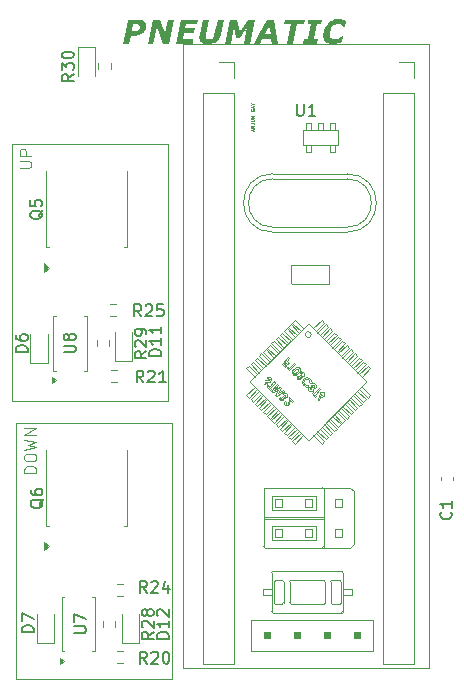
<source format=gbr>
%TF.GenerationSoftware,KiCad,Pcbnew,9.0.2*%
%TF.CreationDate,2025-06-04T20:07:21+07:00*%
%TF.ProjectId,Pneumatic,506e6575-6d61-4746-9963-2e6b69636164,rev?*%
%TF.SameCoordinates,Original*%
%TF.FileFunction,Legend,Top*%
%TF.FilePolarity,Positive*%
%FSLAX46Y46*%
G04 Gerber Fmt 4.6, Leading zero omitted, Abs format (unit mm)*
G04 Created by KiCad (PCBNEW 9.0.2) date 2025-06-04 20:07:21*
%MOMM*%
%LPD*%
G01*
G04 APERTURE LIST*
%ADD10C,0.100000*%
%ADD11C,0.400000*%
%ADD12C,0.075000*%
%ADD13C,0.150000*%
%ADD14C,0.120000*%
G04 APERTURE END LIST*
D10*
X97800000Y-74700000D02*
X111000000Y-74700000D01*
X111000000Y-96400000D01*
X97800000Y-96400000D01*
X97800000Y-74700000D01*
X98200000Y-98250000D02*
X111400000Y-98250000D01*
X111400000Y-119950000D01*
X98200000Y-119950000D01*
X98200000Y-98250000D01*
X99872419Y-102496115D02*
X98872419Y-102496115D01*
X98872419Y-102496115D02*
X98872419Y-102258020D01*
X98872419Y-102258020D02*
X98920038Y-102115163D01*
X98920038Y-102115163D02*
X99015276Y-102019925D01*
X99015276Y-102019925D02*
X99110514Y-101972306D01*
X99110514Y-101972306D02*
X99300990Y-101924687D01*
X99300990Y-101924687D02*
X99443847Y-101924687D01*
X99443847Y-101924687D02*
X99634323Y-101972306D01*
X99634323Y-101972306D02*
X99729561Y-102019925D01*
X99729561Y-102019925D02*
X99824800Y-102115163D01*
X99824800Y-102115163D02*
X99872419Y-102258020D01*
X99872419Y-102258020D02*
X99872419Y-102496115D01*
X98872419Y-101305639D02*
X98872419Y-101115163D01*
X98872419Y-101115163D02*
X98920038Y-101019925D01*
X98920038Y-101019925D02*
X99015276Y-100924687D01*
X99015276Y-100924687D02*
X99205752Y-100877068D01*
X99205752Y-100877068D02*
X99539085Y-100877068D01*
X99539085Y-100877068D02*
X99729561Y-100924687D01*
X99729561Y-100924687D02*
X99824800Y-101019925D01*
X99824800Y-101019925D02*
X99872419Y-101115163D01*
X99872419Y-101115163D02*
X99872419Y-101305639D01*
X99872419Y-101305639D02*
X99824800Y-101400877D01*
X99824800Y-101400877D02*
X99729561Y-101496115D01*
X99729561Y-101496115D02*
X99539085Y-101543734D01*
X99539085Y-101543734D02*
X99205752Y-101543734D01*
X99205752Y-101543734D02*
X99015276Y-101496115D01*
X99015276Y-101496115D02*
X98920038Y-101400877D01*
X98920038Y-101400877D02*
X98872419Y-101305639D01*
X98872419Y-100543734D02*
X99872419Y-100305639D01*
X99872419Y-100305639D02*
X99158133Y-100115163D01*
X99158133Y-100115163D02*
X99872419Y-99924687D01*
X99872419Y-99924687D02*
X98872419Y-99686592D01*
X99872419Y-99305639D02*
X98872419Y-99305639D01*
X98872419Y-99305639D02*
X99872419Y-98734211D01*
X99872419Y-98734211D02*
X98872419Y-98734211D01*
X98472419Y-76696115D02*
X99281942Y-76696115D01*
X99281942Y-76696115D02*
X99377180Y-76648496D01*
X99377180Y-76648496D02*
X99424800Y-76600877D01*
X99424800Y-76600877D02*
X99472419Y-76505639D01*
X99472419Y-76505639D02*
X99472419Y-76315163D01*
X99472419Y-76315163D02*
X99424800Y-76219925D01*
X99424800Y-76219925D02*
X99377180Y-76172306D01*
X99377180Y-76172306D02*
X99281942Y-76124687D01*
X99281942Y-76124687D02*
X98472419Y-76124687D01*
X99472419Y-75648496D02*
X98472419Y-75648496D01*
X98472419Y-75648496D02*
X98472419Y-75267544D01*
X98472419Y-75267544D02*
X98520038Y-75172306D01*
X98520038Y-75172306D02*
X98567657Y-75124687D01*
X98567657Y-75124687D02*
X98662895Y-75077068D01*
X98662895Y-75077068D02*
X98805752Y-75077068D01*
X98805752Y-75077068D02*
X98900990Y-75124687D01*
X98900990Y-75124687D02*
X98948609Y-75172306D01*
X98948609Y-75172306D02*
X98996228Y-75267544D01*
X98996228Y-75267544D02*
X98996228Y-75648496D01*
D11*
G36*
X108702221Y-64137163D02*
G01*
X108834019Y-64161360D01*
X108950173Y-64204023D01*
X109043702Y-64261378D01*
X109105603Y-64320192D01*
X109152286Y-64388305D01*
X109184752Y-64467152D01*
X109201043Y-64551360D01*
X109202221Y-64650605D01*
X109185607Y-64768182D01*
X109146360Y-64901755D01*
X109083513Y-65034528D01*
X109000963Y-65155319D01*
X108904483Y-65253126D01*
X108755070Y-65359432D01*
X108601500Y-65434354D01*
X108493711Y-65467299D01*
X108368970Y-65488247D01*
X108224633Y-65495659D01*
X107905286Y-65495659D01*
X107767166Y-66160000D01*
X107254012Y-66160000D01*
X107471720Y-65112686D01*
X107984909Y-65112686D01*
X108131943Y-65112686D01*
X108257564Y-65108248D01*
X108351029Y-65096566D01*
X108434857Y-65071931D01*
X108506856Y-65031720D01*
X108559550Y-64984002D01*
X108599790Y-64928527D01*
X108629378Y-64864150D01*
X108652302Y-64782103D01*
X108657115Y-64700915D01*
X108637281Y-64635680D01*
X108598252Y-64582751D01*
X108549598Y-64549951D01*
X108475021Y-64524726D01*
X108400488Y-64514291D01*
X108198011Y-64510872D01*
X108109961Y-64510872D01*
X107984909Y-65112686D01*
X107471720Y-65112686D01*
X107676430Y-64127899D01*
X108520900Y-64127899D01*
X108702221Y-64137163D01*
G37*
G36*
X111115003Y-66160000D02*
G01*
X110620533Y-66160000D01*
X110065858Y-64765251D01*
X109775942Y-66160000D01*
X109305652Y-66160000D01*
X109728070Y-64127899D01*
X110341364Y-64127899D01*
X110825087Y-65292083D01*
X111067009Y-64127899D01*
X111537421Y-64127899D01*
X111115003Y-66160000D01*
G37*
G36*
X113114986Y-66160000D02*
G01*
X111675785Y-66160000D01*
X112098203Y-64127899D01*
X113537404Y-64127899D01*
X113456193Y-64518688D01*
X112527337Y-64518688D01*
X112454187Y-64870397D01*
X113316120Y-64870397D01*
X113234909Y-65261186D01*
X112372976Y-65261186D01*
X112267341Y-65769211D01*
X113196196Y-65769211D01*
X113114986Y-66160000D01*
G37*
G36*
X115482676Y-65422386D02*
G01*
X115442007Y-65571172D01*
X115386952Y-65701139D01*
X115318121Y-65814604D01*
X115235444Y-65913398D01*
X115138171Y-65998799D01*
X115001457Y-66082973D01*
X114841621Y-66145438D01*
X114654514Y-66185040D01*
X114435118Y-66199078D01*
X114252621Y-66189085D01*
X114104838Y-66161623D01*
X113985944Y-66119713D01*
X113890962Y-66065238D01*
X113815963Y-65998799D01*
X113756409Y-65916909D01*
X113715163Y-65821756D01*
X113692393Y-65710450D01*
X113690038Y-65579239D01*
X113711671Y-65423729D01*
X113981071Y-64127899D01*
X114496789Y-64127899D01*
X114233007Y-65396741D01*
X114215426Y-65538393D01*
X114224869Y-65639943D01*
X114254256Y-65712302D01*
X114291190Y-65754607D01*
X114343695Y-65786689D01*
X114416157Y-65808072D01*
X114514741Y-65816106D01*
X114639292Y-65803890D01*
X114738093Y-65770028D01*
X114816748Y-65716454D01*
X114878654Y-65642951D01*
X114931056Y-65539143D01*
X114972086Y-65396741D01*
X115235868Y-64127899D01*
X115751709Y-64127899D01*
X115482676Y-65422386D01*
G37*
G36*
X117945132Y-66160000D02*
G01*
X117434665Y-66160000D01*
X117717498Y-64799689D01*
X117165020Y-65683237D01*
X116810868Y-65683237D01*
X116625732Y-64799689D01*
X116342899Y-66160000D01*
X115859176Y-66160000D01*
X116281594Y-64127899D01*
X116877424Y-64127899D01*
X117113119Y-65147979D01*
X117771598Y-64127899D01*
X118367550Y-64127899D01*
X117945132Y-66160000D01*
G37*
G36*
X120351413Y-66160000D02*
G01*
X119820795Y-66160000D01*
X119769260Y-65745764D01*
X119031524Y-65745764D01*
X118807798Y-66160000D01*
X118290736Y-66160000D01*
X118735916Y-65378422D01*
X119232414Y-65378422D01*
X119721388Y-65378422D01*
X119628576Y-64648625D01*
X119232414Y-65378422D01*
X118735916Y-65378422D01*
X119448203Y-64127899D01*
X120038782Y-64127899D01*
X120351413Y-66160000D01*
G37*
G36*
X122583426Y-64518688D02*
G01*
X121961950Y-64518688D01*
X121620743Y-66160000D01*
X121107588Y-66160000D01*
X121448796Y-64518688D01*
X120827442Y-64518688D01*
X120908653Y-64127899D01*
X122664637Y-64127899D01*
X122583426Y-64518688D01*
G37*
G36*
X123668230Y-66160000D02*
G01*
X122502826Y-66160000D01*
X122579152Y-65792658D01*
X122905216Y-65792658D01*
X123174982Y-64495240D01*
X122848918Y-64495240D01*
X122925244Y-64127899D01*
X124090648Y-64127899D01*
X124014323Y-64495240D01*
X123688136Y-64495240D01*
X123418370Y-65792658D01*
X123744556Y-65792658D01*
X123668230Y-66160000D01*
G37*
G36*
X125011566Y-66199078D02*
G01*
X124864783Y-66191196D01*
X124733502Y-66168553D01*
X124615771Y-66132278D01*
X124505560Y-66079391D01*
X124412489Y-66013114D01*
X124334525Y-65933098D01*
X124272571Y-65840108D01*
X124225545Y-65731012D01*
X124194085Y-65603004D01*
X124181831Y-65471045D01*
X124187811Y-65319791D01*
X124214846Y-65146025D01*
X124255849Y-64987788D01*
X124309884Y-64842255D01*
X124376657Y-64708220D01*
X124457689Y-64582453D01*
X124549535Y-64470431D01*
X124652529Y-64371165D01*
X124762197Y-64288561D01*
X124883394Y-64219034D01*
X125017306Y-64162459D01*
X125157007Y-64121690D01*
X125301478Y-64097107D01*
X125451692Y-64088820D01*
X125573927Y-64092655D01*
X125675174Y-64103230D01*
X125853715Y-64140844D01*
X126004047Y-64199096D01*
X126119330Y-64258691D01*
X126016503Y-64753161D01*
X125957763Y-64753161D01*
X125879849Y-64674392D01*
X125769574Y-64584633D01*
X125702226Y-64544257D01*
X125625959Y-64510017D01*
X125543754Y-64487478D01*
X125449249Y-64479609D01*
X125342147Y-64488265D01*
X125236147Y-64514413D01*
X125134567Y-64559605D01*
X125031838Y-64629818D01*
X124943777Y-64717758D01*
X124861235Y-64836081D01*
X124796798Y-64973553D01*
X124747784Y-65147369D01*
X124727812Y-65275922D01*
X124724287Y-65381123D01*
X124734106Y-65466960D01*
X124771623Y-65585368D01*
X124825087Y-65668949D01*
X124898035Y-65733376D01*
X124984577Y-65776172D01*
X125079391Y-65800289D01*
X125175819Y-65808290D01*
X125269365Y-65801142D01*
X125366817Y-65779103D01*
X125462059Y-65744692D01*
X125552320Y-65699968D01*
X125691905Y-65613872D01*
X125800471Y-65534738D01*
X125853960Y-65534738D01*
X125752477Y-66023346D01*
X125595917Y-66087948D01*
X125442166Y-66140094D01*
X125249825Y-66183935D01*
X125153560Y-66194788D01*
X125011566Y-66199078D01*
G37*
D12*
X118237671Y-73553515D02*
X118237671Y-73410658D01*
X118323385Y-73582086D02*
X118023385Y-73482086D01*
X118023385Y-73482086D02*
X118323385Y-73382086D01*
X118323385Y-73110657D02*
X118180528Y-73210657D01*
X118323385Y-73282086D02*
X118023385Y-73282086D01*
X118023385Y-73282086D02*
X118023385Y-73167800D01*
X118023385Y-73167800D02*
X118037671Y-73139229D01*
X118037671Y-73139229D02*
X118051957Y-73124943D01*
X118051957Y-73124943D02*
X118080528Y-73110657D01*
X118080528Y-73110657D02*
X118123385Y-73110657D01*
X118123385Y-73110657D02*
X118151957Y-73124943D01*
X118151957Y-73124943D02*
X118166242Y-73139229D01*
X118166242Y-73139229D02*
X118180528Y-73167800D01*
X118180528Y-73167800D02*
X118180528Y-73282086D01*
X118023385Y-72896372D02*
X118237671Y-72896372D01*
X118237671Y-72896372D02*
X118280528Y-72910657D01*
X118280528Y-72910657D02*
X118309100Y-72939229D01*
X118309100Y-72939229D02*
X118323385Y-72982086D01*
X118323385Y-72982086D02*
X118323385Y-73010657D01*
X118023385Y-72753515D02*
X118266242Y-72753515D01*
X118266242Y-72753515D02*
X118294814Y-72739229D01*
X118294814Y-72739229D02*
X118309100Y-72724944D01*
X118309100Y-72724944D02*
X118323385Y-72696372D01*
X118323385Y-72696372D02*
X118323385Y-72639229D01*
X118323385Y-72639229D02*
X118309100Y-72610658D01*
X118309100Y-72610658D02*
X118294814Y-72596372D01*
X118294814Y-72596372D02*
X118266242Y-72582086D01*
X118266242Y-72582086D02*
X118023385Y-72582086D01*
X118323385Y-72439229D02*
X118023385Y-72439229D01*
X118023385Y-72439229D02*
X118323385Y-72267800D01*
X118323385Y-72267800D02*
X118023385Y-72267800D01*
X118037671Y-71739229D02*
X118023385Y-71767801D01*
X118023385Y-71767801D02*
X118023385Y-71810658D01*
X118023385Y-71810658D02*
X118037671Y-71853515D01*
X118037671Y-71853515D02*
X118066242Y-71882086D01*
X118066242Y-71882086D02*
X118094814Y-71896372D01*
X118094814Y-71896372D02*
X118151957Y-71910658D01*
X118151957Y-71910658D02*
X118194814Y-71910658D01*
X118194814Y-71910658D02*
X118251957Y-71896372D01*
X118251957Y-71896372D02*
X118280528Y-71882086D01*
X118280528Y-71882086D02*
X118309100Y-71853515D01*
X118309100Y-71853515D02*
X118323385Y-71810658D01*
X118323385Y-71810658D02*
X118323385Y-71782086D01*
X118323385Y-71782086D02*
X118309100Y-71739229D01*
X118309100Y-71739229D02*
X118294814Y-71724943D01*
X118294814Y-71724943D02*
X118194814Y-71724943D01*
X118194814Y-71724943D02*
X118194814Y-71782086D01*
X118237671Y-71610658D02*
X118237671Y-71467801D01*
X118323385Y-71639229D02*
X118023385Y-71539229D01*
X118023385Y-71539229D02*
X118323385Y-71439229D01*
X118180528Y-71282086D02*
X118323385Y-71282086D01*
X118023385Y-71382086D02*
X118180528Y-71282086D01*
X118180528Y-71282086D02*
X118023385Y-71182086D01*
D13*
X103054819Y-68742857D02*
X102578628Y-69076190D01*
X103054819Y-69314285D02*
X102054819Y-69314285D01*
X102054819Y-69314285D02*
X102054819Y-68933333D01*
X102054819Y-68933333D02*
X102102438Y-68838095D01*
X102102438Y-68838095D02*
X102150057Y-68790476D01*
X102150057Y-68790476D02*
X102245295Y-68742857D01*
X102245295Y-68742857D02*
X102388152Y-68742857D01*
X102388152Y-68742857D02*
X102483390Y-68790476D01*
X102483390Y-68790476D02*
X102531009Y-68838095D01*
X102531009Y-68838095D02*
X102578628Y-68933333D01*
X102578628Y-68933333D02*
X102578628Y-69314285D01*
X102054819Y-68409523D02*
X102054819Y-67790476D01*
X102054819Y-67790476D02*
X102435771Y-68123809D01*
X102435771Y-68123809D02*
X102435771Y-67980952D01*
X102435771Y-67980952D02*
X102483390Y-67885714D01*
X102483390Y-67885714D02*
X102531009Y-67838095D01*
X102531009Y-67838095D02*
X102626247Y-67790476D01*
X102626247Y-67790476D02*
X102864342Y-67790476D01*
X102864342Y-67790476D02*
X102959580Y-67838095D01*
X102959580Y-67838095D02*
X103007200Y-67885714D01*
X103007200Y-67885714D02*
X103054819Y-67980952D01*
X103054819Y-67980952D02*
X103054819Y-68266666D01*
X103054819Y-68266666D02*
X103007200Y-68361904D01*
X103007200Y-68361904D02*
X102959580Y-68409523D01*
X102054819Y-67171428D02*
X102054819Y-67076190D01*
X102054819Y-67076190D02*
X102102438Y-66980952D01*
X102102438Y-66980952D02*
X102150057Y-66933333D01*
X102150057Y-66933333D02*
X102245295Y-66885714D01*
X102245295Y-66885714D02*
X102435771Y-66838095D01*
X102435771Y-66838095D02*
X102673866Y-66838095D01*
X102673866Y-66838095D02*
X102864342Y-66885714D01*
X102864342Y-66885714D02*
X102959580Y-66933333D01*
X102959580Y-66933333D02*
X103007200Y-66980952D01*
X103007200Y-66980952D02*
X103054819Y-67076190D01*
X103054819Y-67076190D02*
X103054819Y-67171428D01*
X103054819Y-67171428D02*
X103007200Y-67266666D01*
X103007200Y-67266666D02*
X102959580Y-67314285D01*
X102959580Y-67314285D02*
X102864342Y-67361904D01*
X102864342Y-67361904D02*
X102673866Y-67409523D01*
X102673866Y-67409523D02*
X102435771Y-67409523D01*
X102435771Y-67409523D02*
X102245295Y-67361904D01*
X102245295Y-67361904D02*
X102150057Y-67314285D01*
X102150057Y-67314285D02*
X102102438Y-67266666D01*
X102102438Y-67266666D02*
X102054819Y-67171428D01*
X109256607Y-118661068D02*
X108923274Y-118184877D01*
X108685179Y-118661068D02*
X108685179Y-117661068D01*
X108685179Y-117661068D02*
X109066131Y-117661068D01*
X109066131Y-117661068D02*
X109161369Y-117708687D01*
X109161369Y-117708687D02*
X109208988Y-117756306D01*
X109208988Y-117756306D02*
X109256607Y-117851544D01*
X109256607Y-117851544D02*
X109256607Y-117994401D01*
X109256607Y-117994401D02*
X109208988Y-118089639D01*
X109208988Y-118089639D02*
X109161369Y-118137258D01*
X109161369Y-118137258D02*
X109066131Y-118184877D01*
X109066131Y-118184877D02*
X108685179Y-118184877D01*
X109637560Y-117756306D02*
X109685179Y-117708687D01*
X109685179Y-117708687D02*
X109780417Y-117661068D01*
X109780417Y-117661068D02*
X110018512Y-117661068D01*
X110018512Y-117661068D02*
X110113750Y-117708687D01*
X110113750Y-117708687D02*
X110161369Y-117756306D01*
X110161369Y-117756306D02*
X110208988Y-117851544D01*
X110208988Y-117851544D02*
X110208988Y-117946782D01*
X110208988Y-117946782D02*
X110161369Y-118089639D01*
X110161369Y-118089639D02*
X109589941Y-118661068D01*
X109589941Y-118661068D02*
X110208988Y-118661068D01*
X110828036Y-117661068D02*
X110923274Y-117661068D01*
X110923274Y-117661068D02*
X111018512Y-117708687D01*
X111018512Y-117708687D02*
X111066131Y-117756306D01*
X111066131Y-117756306D02*
X111113750Y-117851544D01*
X111113750Y-117851544D02*
X111161369Y-118042020D01*
X111161369Y-118042020D02*
X111161369Y-118280115D01*
X111161369Y-118280115D02*
X111113750Y-118470591D01*
X111113750Y-118470591D02*
X111066131Y-118565829D01*
X111066131Y-118565829D02*
X111018512Y-118613449D01*
X111018512Y-118613449D02*
X110923274Y-118661068D01*
X110923274Y-118661068D02*
X110828036Y-118661068D01*
X110828036Y-118661068D02*
X110732798Y-118613449D01*
X110732798Y-118613449D02*
X110685179Y-118565829D01*
X110685179Y-118565829D02*
X110637560Y-118470591D01*
X110637560Y-118470591D02*
X110589941Y-118280115D01*
X110589941Y-118280115D02*
X110589941Y-118042020D01*
X110589941Y-118042020D02*
X110637560Y-117851544D01*
X110637560Y-117851544D02*
X110685179Y-117756306D01*
X110685179Y-117756306D02*
X110732798Y-117708687D01*
X110732798Y-117708687D02*
X110828036Y-117661068D01*
X134979580Y-105830666D02*
X135027200Y-105878285D01*
X135027200Y-105878285D02*
X135074819Y-106021142D01*
X135074819Y-106021142D02*
X135074819Y-106116380D01*
X135074819Y-106116380D02*
X135027200Y-106259237D01*
X135027200Y-106259237D02*
X134931961Y-106354475D01*
X134931961Y-106354475D02*
X134836723Y-106402094D01*
X134836723Y-106402094D02*
X134646247Y-106449713D01*
X134646247Y-106449713D02*
X134503390Y-106449713D01*
X134503390Y-106449713D02*
X134312914Y-106402094D01*
X134312914Y-106402094D02*
X134217676Y-106354475D01*
X134217676Y-106354475D02*
X134122438Y-106259237D01*
X134122438Y-106259237D02*
X134074819Y-106116380D01*
X134074819Y-106116380D02*
X134074819Y-106021142D01*
X134074819Y-106021142D02*
X134122438Y-105878285D01*
X134122438Y-105878285D02*
X134170057Y-105830666D01*
X135074819Y-104878285D02*
X135074819Y-105449713D01*
X135074819Y-105163999D02*
X134074819Y-105163999D01*
X134074819Y-105163999D02*
X134217676Y-105259237D01*
X134217676Y-105259237D02*
X134312914Y-105354475D01*
X134312914Y-105354475D02*
X134360533Y-105449713D01*
X121950377Y-71271903D02*
X121950377Y-72081426D01*
X121950377Y-72081426D02*
X121997996Y-72176664D01*
X121997996Y-72176664D02*
X122045615Y-72224284D01*
X122045615Y-72224284D02*
X122140853Y-72271903D01*
X122140853Y-72271903D02*
X122331329Y-72271903D01*
X122331329Y-72271903D02*
X122426567Y-72224284D01*
X122426567Y-72224284D02*
X122474186Y-72176664D01*
X122474186Y-72176664D02*
X122521805Y-72081426D01*
X122521805Y-72081426D02*
X122521805Y-71271903D01*
X123521805Y-72271903D02*
X122950377Y-72271903D01*
X123236091Y-72271903D02*
X123236091Y-71271903D01*
X123236091Y-71271903D02*
X123140853Y-71414760D01*
X123140853Y-71414760D02*
X123045615Y-71509998D01*
X123045615Y-71509998D02*
X122950377Y-71557617D01*
X103086819Y-116086904D02*
X103896342Y-116086904D01*
X103896342Y-116086904D02*
X103991580Y-116039285D01*
X103991580Y-116039285D02*
X104039200Y-115991666D01*
X104039200Y-115991666D02*
X104086819Y-115896428D01*
X104086819Y-115896428D02*
X104086819Y-115705952D01*
X104086819Y-115705952D02*
X104039200Y-115610714D01*
X104039200Y-115610714D02*
X103991580Y-115563095D01*
X103991580Y-115563095D02*
X103896342Y-115515476D01*
X103896342Y-115515476D02*
X103086819Y-115515476D01*
X103086819Y-115134523D02*
X103086819Y-114467857D01*
X103086819Y-114467857D02*
X104086819Y-114896428D01*
X100450057Y-80280238D02*
X100402438Y-80375476D01*
X100402438Y-80375476D02*
X100307200Y-80470714D01*
X100307200Y-80470714D02*
X100164342Y-80613571D01*
X100164342Y-80613571D02*
X100116723Y-80708809D01*
X100116723Y-80708809D02*
X100116723Y-80804047D01*
X100354819Y-80756428D02*
X100307200Y-80851666D01*
X100307200Y-80851666D02*
X100211961Y-80946904D01*
X100211961Y-80946904D02*
X100021485Y-80994523D01*
X100021485Y-80994523D02*
X99688152Y-80994523D01*
X99688152Y-80994523D02*
X99497676Y-80946904D01*
X99497676Y-80946904D02*
X99402438Y-80851666D01*
X99402438Y-80851666D02*
X99354819Y-80756428D01*
X99354819Y-80756428D02*
X99354819Y-80565952D01*
X99354819Y-80565952D02*
X99402438Y-80470714D01*
X99402438Y-80470714D02*
X99497676Y-80375476D01*
X99497676Y-80375476D02*
X99688152Y-80327857D01*
X99688152Y-80327857D02*
X100021485Y-80327857D01*
X100021485Y-80327857D02*
X100211961Y-80375476D01*
X100211961Y-80375476D02*
X100307200Y-80470714D01*
X100307200Y-80470714D02*
X100354819Y-80565952D01*
X100354819Y-80565952D02*
X100354819Y-80756428D01*
X99354819Y-79423095D02*
X99354819Y-79899285D01*
X99354819Y-79899285D02*
X99831009Y-79946904D01*
X99831009Y-79946904D02*
X99783390Y-79899285D01*
X99783390Y-79899285D02*
X99735771Y-79804047D01*
X99735771Y-79804047D02*
X99735771Y-79565952D01*
X99735771Y-79565952D02*
X99783390Y-79470714D01*
X99783390Y-79470714D02*
X99831009Y-79423095D01*
X99831009Y-79423095D02*
X99926247Y-79375476D01*
X99926247Y-79375476D02*
X100164342Y-79375476D01*
X100164342Y-79375476D02*
X100259580Y-79423095D01*
X100259580Y-79423095D02*
X100307200Y-79470714D01*
X100307200Y-79470714D02*
X100354819Y-79565952D01*
X100354819Y-79565952D02*
X100354819Y-79804047D01*
X100354819Y-79804047D02*
X100307200Y-79899285D01*
X100307200Y-79899285D02*
X100259580Y-79946904D01*
X111099819Y-116539285D02*
X110099819Y-116539285D01*
X110099819Y-116539285D02*
X110099819Y-116301190D01*
X110099819Y-116301190D02*
X110147438Y-116158333D01*
X110147438Y-116158333D02*
X110242676Y-116063095D01*
X110242676Y-116063095D02*
X110337914Y-116015476D01*
X110337914Y-116015476D02*
X110528390Y-115967857D01*
X110528390Y-115967857D02*
X110671247Y-115967857D01*
X110671247Y-115967857D02*
X110861723Y-116015476D01*
X110861723Y-116015476D02*
X110956961Y-116063095D01*
X110956961Y-116063095D02*
X111052200Y-116158333D01*
X111052200Y-116158333D02*
X111099819Y-116301190D01*
X111099819Y-116301190D02*
X111099819Y-116539285D01*
X111099819Y-115015476D02*
X111099819Y-115586904D01*
X111099819Y-115301190D02*
X110099819Y-115301190D01*
X110099819Y-115301190D02*
X110242676Y-115396428D01*
X110242676Y-115396428D02*
X110337914Y-115491666D01*
X110337914Y-115491666D02*
X110385533Y-115586904D01*
X110195057Y-114634523D02*
X110147438Y-114586904D01*
X110147438Y-114586904D02*
X110099819Y-114491666D01*
X110099819Y-114491666D02*
X110099819Y-114253571D01*
X110099819Y-114253571D02*
X110147438Y-114158333D01*
X110147438Y-114158333D02*
X110195057Y-114110714D01*
X110195057Y-114110714D02*
X110290295Y-114063095D01*
X110290295Y-114063095D02*
X110385533Y-114063095D01*
X110385533Y-114063095D02*
X110528390Y-114110714D01*
X110528390Y-114110714D02*
X111099819Y-114682142D01*
X111099819Y-114682142D02*
X111099819Y-114063095D01*
X110454819Y-92614285D02*
X109454819Y-92614285D01*
X109454819Y-92614285D02*
X109454819Y-92376190D01*
X109454819Y-92376190D02*
X109502438Y-92233333D01*
X109502438Y-92233333D02*
X109597676Y-92138095D01*
X109597676Y-92138095D02*
X109692914Y-92090476D01*
X109692914Y-92090476D02*
X109883390Y-92042857D01*
X109883390Y-92042857D02*
X110026247Y-92042857D01*
X110026247Y-92042857D02*
X110216723Y-92090476D01*
X110216723Y-92090476D02*
X110311961Y-92138095D01*
X110311961Y-92138095D02*
X110407200Y-92233333D01*
X110407200Y-92233333D02*
X110454819Y-92376190D01*
X110454819Y-92376190D02*
X110454819Y-92614285D01*
X110454819Y-91090476D02*
X110454819Y-91661904D01*
X110454819Y-91376190D02*
X109454819Y-91376190D01*
X109454819Y-91376190D02*
X109597676Y-91471428D01*
X109597676Y-91471428D02*
X109692914Y-91566666D01*
X109692914Y-91566666D02*
X109740533Y-91661904D01*
X110454819Y-90138095D02*
X110454819Y-90709523D01*
X110454819Y-90423809D02*
X109454819Y-90423809D01*
X109454819Y-90423809D02*
X109597676Y-90519047D01*
X109597676Y-90519047D02*
X109692914Y-90614285D01*
X109692914Y-90614285D02*
X109740533Y-90709523D01*
X109820276Y-115967709D02*
X109344085Y-116301042D01*
X109820276Y-116539137D02*
X108820276Y-116539137D01*
X108820276Y-116539137D02*
X108820276Y-116158185D01*
X108820276Y-116158185D02*
X108867895Y-116062947D01*
X108867895Y-116062947D02*
X108915514Y-116015328D01*
X108915514Y-116015328D02*
X109010752Y-115967709D01*
X109010752Y-115967709D02*
X109153609Y-115967709D01*
X109153609Y-115967709D02*
X109248847Y-116015328D01*
X109248847Y-116015328D02*
X109296466Y-116062947D01*
X109296466Y-116062947D02*
X109344085Y-116158185D01*
X109344085Y-116158185D02*
X109344085Y-116539137D01*
X108915514Y-115586756D02*
X108867895Y-115539137D01*
X108867895Y-115539137D02*
X108820276Y-115443899D01*
X108820276Y-115443899D02*
X108820276Y-115205804D01*
X108820276Y-115205804D02*
X108867895Y-115110566D01*
X108867895Y-115110566D02*
X108915514Y-115062947D01*
X108915514Y-115062947D02*
X109010752Y-115015328D01*
X109010752Y-115015328D02*
X109105990Y-115015328D01*
X109105990Y-115015328D02*
X109248847Y-115062947D01*
X109248847Y-115062947D02*
X109820276Y-115634375D01*
X109820276Y-115634375D02*
X109820276Y-115015328D01*
X109248847Y-114443899D02*
X109201228Y-114539137D01*
X109201228Y-114539137D02*
X109153609Y-114586756D01*
X109153609Y-114586756D02*
X109058371Y-114634375D01*
X109058371Y-114634375D02*
X109010752Y-114634375D01*
X109010752Y-114634375D02*
X108915514Y-114586756D01*
X108915514Y-114586756D02*
X108867895Y-114539137D01*
X108867895Y-114539137D02*
X108820276Y-114443899D01*
X108820276Y-114443899D02*
X108820276Y-114253423D01*
X108820276Y-114253423D02*
X108867895Y-114158185D01*
X108867895Y-114158185D02*
X108915514Y-114110566D01*
X108915514Y-114110566D02*
X109010752Y-114062947D01*
X109010752Y-114062947D02*
X109058371Y-114062947D01*
X109058371Y-114062947D02*
X109153609Y-114110566D01*
X109153609Y-114110566D02*
X109201228Y-114158185D01*
X109201228Y-114158185D02*
X109248847Y-114253423D01*
X109248847Y-114253423D02*
X109248847Y-114443899D01*
X109248847Y-114443899D02*
X109296466Y-114539137D01*
X109296466Y-114539137D02*
X109344085Y-114586756D01*
X109344085Y-114586756D02*
X109439323Y-114634375D01*
X109439323Y-114634375D02*
X109629799Y-114634375D01*
X109629799Y-114634375D02*
X109725037Y-114586756D01*
X109725037Y-114586756D02*
X109772657Y-114539137D01*
X109772657Y-114539137D02*
X109820276Y-114443899D01*
X109820276Y-114443899D02*
X109820276Y-114253423D01*
X109820276Y-114253423D02*
X109772657Y-114158185D01*
X109772657Y-114158185D02*
X109725037Y-114110566D01*
X109725037Y-114110566D02*
X109629799Y-114062947D01*
X109629799Y-114062947D02*
X109439323Y-114062947D01*
X109439323Y-114062947D02*
X109344085Y-114110566D01*
X109344085Y-114110566D02*
X109296466Y-114158185D01*
X109296466Y-114158185D02*
X109248847Y-114253423D01*
X100500057Y-104745238D02*
X100452438Y-104840476D01*
X100452438Y-104840476D02*
X100357200Y-104935714D01*
X100357200Y-104935714D02*
X100214342Y-105078571D01*
X100214342Y-105078571D02*
X100166723Y-105173809D01*
X100166723Y-105173809D02*
X100166723Y-105269047D01*
X100404819Y-105221428D02*
X100357200Y-105316666D01*
X100357200Y-105316666D02*
X100261961Y-105411904D01*
X100261961Y-105411904D02*
X100071485Y-105459523D01*
X100071485Y-105459523D02*
X99738152Y-105459523D01*
X99738152Y-105459523D02*
X99547676Y-105411904D01*
X99547676Y-105411904D02*
X99452438Y-105316666D01*
X99452438Y-105316666D02*
X99404819Y-105221428D01*
X99404819Y-105221428D02*
X99404819Y-105030952D01*
X99404819Y-105030952D02*
X99452438Y-104935714D01*
X99452438Y-104935714D02*
X99547676Y-104840476D01*
X99547676Y-104840476D02*
X99738152Y-104792857D01*
X99738152Y-104792857D02*
X100071485Y-104792857D01*
X100071485Y-104792857D02*
X100261961Y-104840476D01*
X100261961Y-104840476D02*
X100357200Y-104935714D01*
X100357200Y-104935714D02*
X100404819Y-105030952D01*
X100404819Y-105030952D02*
X100404819Y-105221428D01*
X99404819Y-103935714D02*
X99404819Y-104126190D01*
X99404819Y-104126190D02*
X99452438Y-104221428D01*
X99452438Y-104221428D02*
X99500057Y-104269047D01*
X99500057Y-104269047D02*
X99642914Y-104364285D01*
X99642914Y-104364285D02*
X99833390Y-104411904D01*
X99833390Y-104411904D02*
X100214342Y-104411904D01*
X100214342Y-104411904D02*
X100309580Y-104364285D01*
X100309580Y-104364285D02*
X100357200Y-104316666D01*
X100357200Y-104316666D02*
X100404819Y-104221428D01*
X100404819Y-104221428D02*
X100404819Y-104030952D01*
X100404819Y-104030952D02*
X100357200Y-103935714D01*
X100357200Y-103935714D02*
X100309580Y-103888095D01*
X100309580Y-103888095D02*
X100214342Y-103840476D01*
X100214342Y-103840476D02*
X99976247Y-103840476D01*
X99976247Y-103840476D02*
X99881009Y-103888095D01*
X99881009Y-103888095D02*
X99833390Y-103935714D01*
X99833390Y-103935714D02*
X99785771Y-104030952D01*
X99785771Y-104030952D02*
X99785771Y-104221428D01*
X99785771Y-104221428D02*
X99833390Y-104316666D01*
X99833390Y-104316666D02*
X99881009Y-104364285D01*
X99881009Y-104364285D02*
X99976247Y-104411904D01*
X99669819Y-115988094D02*
X98669819Y-115988094D01*
X98669819Y-115988094D02*
X98669819Y-115749999D01*
X98669819Y-115749999D02*
X98717438Y-115607142D01*
X98717438Y-115607142D02*
X98812676Y-115511904D01*
X98812676Y-115511904D02*
X98907914Y-115464285D01*
X98907914Y-115464285D02*
X99098390Y-115416666D01*
X99098390Y-115416666D02*
X99241247Y-115416666D01*
X99241247Y-115416666D02*
X99431723Y-115464285D01*
X99431723Y-115464285D02*
X99526961Y-115511904D01*
X99526961Y-115511904D02*
X99622200Y-115607142D01*
X99622200Y-115607142D02*
X99669819Y-115749999D01*
X99669819Y-115749999D02*
X99669819Y-115988094D01*
X98669819Y-115083332D02*
X98669819Y-114416666D01*
X98669819Y-114416666D02*
X99669819Y-114845237D01*
X108757142Y-89254819D02*
X108423809Y-88778628D01*
X108185714Y-89254819D02*
X108185714Y-88254819D01*
X108185714Y-88254819D02*
X108566666Y-88254819D01*
X108566666Y-88254819D02*
X108661904Y-88302438D01*
X108661904Y-88302438D02*
X108709523Y-88350057D01*
X108709523Y-88350057D02*
X108757142Y-88445295D01*
X108757142Y-88445295D02*
X108757142Y-88588152D01*
X108757142Y-88588152D02*
X108709523Y-88683390D01*
X108709523Y-88683390D02*
X108661904Y-88731009D01*
X108661904Y-88731009D02*
X108566666Y-88778628D01*
X108566666Y-88778628D02*
X108185714Y-88778628D01*
X109138095Y-88350057D02*
X109185714Y-88302438D01*
X109185714Y-88302438D02*
X109280952Y-88254819D01*
X109280952Y-88254819D02*
X109519047Y-88254819D01*
X109519047Y-88254819D02*
X109614285Y-88302438D01*
X109614285Y-88302438D02*
X109661904Y-88350057D01*
X109661904Y-88350057D02*
X109709523Y-88445295D01*
X109709523Y-88445295D02*
X109709523Y-88540533D01*
X109709523Y-88540533D02*
X109661904Y-88683390D01*
X109661904Y-88683390D02*
X109090476Y-89254819D01*
X109090476Y-89254819D02*
X109709523Y-89254819D01*
X110614285Y-88254819D02*
X110138095Y-88254819D01*
X110138095Y-88254819D02*
X110090476Y-88731009D01*
X110090476Y-88731009D02*
X110138095Y-88683390D01*
X110138095Y-88683390D02*
X110233333Y-88635771D01*
X110233333Y-88635771D02*
X110471428Y-88635771D01*
X110471428Y-88635771D02*
X110566666Y-88683390D01*
X110566666Y-88683390D02*
X110614285Y-88731009D01*
X110614285Y-88731009D02*
X110661904Y-88826247D01*
X110661904Y-88826247D02*
X110661904Y-89064342D01*
X110661904Y-89064342D02*
X110614285Y-89159580D01*
X110614285Y-89159580D02*
X110566666Y-89207200D01*
X110566666Y-89207200D02*
X110471428Y-89254819D01*
X110471428Y-89254819D02*
X110233333Y-89254819D01*
X110233333Y-89254819D02*
X110138095Y-89207200D01*
X110138095Y-89207200D02*
X110090476Y-89159580D01*
X102207319Y-92299404D02*
X103016842Y-92299404D01*
X103016842Y-92299404D02*
X103112080Y-92251785D01*
X103112080Y-92251785D02*
X103159700Y-92204166D01*
X103159700Y-92204166D02*
X103207319Y-92108928D01*
X103207319Y-92108928D02*
X103207319Y-91918452D01*
X103207319Y-91918452D02*
X103159700Y-91823214D01*
X103159700Y-91823214D02*
X103112080Y-91775595D01*
X103112080Y-91775595D02*
X103016842Y-91727976D01*
X103016842Y-91727976D02*
X102207319Y-91727976D01*
X102635890Y-91108928D02*
X102588271Y-91204166D01*
X102588271Y-91204166D02*
X102540652Y-91251785D01*
X102540652Y-91251785D02*
X102445414Y-91299404D01*
X102445414Y-91299404D02*
X102397795Y-91299404D01*
X102397795Y-91299404D02*
X102302557Y-91251785D01*
X102302557Y-91251785D02*
X102254938Y-91204166D01*
X102254938Y-91204166D02*
X102207319Y-91108928D01*
X102207319Y-91108928D02*
X102207319Y-90918452D01*
X102207319Y-90918452D02*
X102254938Y-90823214D01*
X102254938Y-90823214D02*
X102302557Y-90775595D01*
X102302557Y-90775595D02*
X102397795Y-90727976D01*
X102397795Y-90727976D02*
X102445414Y-90727976D01*
X102445414Y-90727976D02*
X102540652Y-90775595D01*
X102540652Y-90775595D02*
X102588271Y-90823214D01*
X102588271Y-90823214D02*
X102635890Y-90918452D01*
X102635890Y-90918452D02*
X102635890Y-91108928D01*
X102635890Y-91108928D02*
X102683509Y-91204166D01*
X102683509Y-91204166D02*
X102731128Y-91251785D01*
X102731128Y-91251785D02*
X102826366Y-91299404D01*
X102826366Y-91299404D02*
X103016842Y-91299404D01*
X103016842Y-91299404D02*
X103112080Y-91251785D01*
X103112080Y-91251785D02*
X103159700Y-91204166D01*
X103159700Y-91204166D02*
X103207319Y-91108928D01*
X103207319Y-91108928D02*
X103207319Y-90918452D01*
X103207319Y-90918452D02*
X103159700Y-90823214D01*
X103159700Y-90823214D02*
X103112080Y-90775595D01*
X103112080Y-90775595D02*
X103016842Y-90727976D01*
X103016842Y-90727976D02*
X102826366Y-90727976D01*
X102826366Y-90727976D02*
X102731128Y-90775595D01*
X102731128Y-90775595D02*
X102683509Y-90823214D01*
X102683509Y-90823214D02*
X102635890Y-90918452D01*
X109206826Y-92216235D02*
X108730635Y-92549568D01*
X109206826Y-92787663D02*
X108206826Y-92787663D01*
X108206826Y-92787663D02*
X108206826Y-92406711D01*
X108206826Y-92406711D02*
X108254445Y-92311473D01*
X108254445Y-92311473D02*
X108302064Y-92263854D01*
X108302064Y-92263854D02*
X108397302Y-92216235D01*
X108397302Y-92216235D02*
X108540159Y-92216235D01*
X108540159Y-92216235D02*
X108635397Y-92263854D01*
X108635397Y-92263854D02*
X108683016Y-92311473D01*
X108683016Y-92311473D02*
X108730635Y-92406711D01*
X108730635Y-92406711D02*
X108730635Y-92787663D01*
X108302064Y-91835282D02*
X108254445Y-91787663D01*
X108254445Y-91787663D02*
X108206826Y-91692425D01*
X108206826Y-91692425D02*
X108206826Y-91454330D01*
X108206826Y-91454330D02*
X108254445Y-91359092D01*
X108254445Y-91359092D02*
X108302064Y-91311473D01*
X108302064Y-91311473D02*
X108397302Y-91263854D01*
X108397302Y-91263854D02*
X108492540Y-91263854D01*
X108492540Y-91263854D02*
X108635397Y-91311473D01*
X108635397Y-91311473D02*
X109206826Y-91882901D01*
X109206826Y-91882901D02*
X109206826Y-91263854D01*
X109206826Y-90787663D02*
X109206826Y-90597187D01*
X109206826Y-90597187D02*
X109159207Y-90501949D01*
X109159207Y-90501949D02*
X109111587Y-90454330D01*
X109111587Y-90454330D02*
X108968730Y-90359092D01*
X108968730Y-90359092D02*
X108778254Y-90311473D01*
X108778254Y-90311473D02*
X108397302Y-90311473D01*
X108397302Y-90311473D02*
X108302064Y-90359092D01*
X108302064Y-90359092D02*
X108254445Y-90406711D01*
X108254445Y-90406711D02*
X108206826Y-90501949D01*
X108206826Y-90501949D02*
X108206826Y-90692425D01*
X108206826Y-90692425D02*
X108254445Y-90787663D01*
X108254445Y-90787663D02*
X108302064Y-90835282D01*
X108302064Y-90835282D02*
X108397302Y-90882901D01*
X108397302Y-90882901D02*
X108635397Y-90882901D01*
X108635397Y-90882901D02*
X108730635Y-90835282D01*
X108730635Y-90835282D02*
X108778254Y-90787663D01*
X108778254Y-90787663D02*
X108825873Y-90692425D01*
X108825873Y-90692425D02*
X108825873Y-90501949D01*
X108825873Y-90501949D02*
X108778254Y-90406711D01*
X108778254Y-90406711D02*
X108730635Y-90359092D01*
X108730635Y-90359092D02*
X108635397Y-90311473D01*
X109241970Y-112673433D02*
X108908637Y-112197242D01*
X108670542Y-112673433D02*
X108670542Y-111673433D01*
X108670542Y-111673433D02*
X109051494Y-111673433D01*
X109051494Y-111673433D02*
X109146732Y-111721052D01*
X109146732Y-111721052D02*
X109194351Y-111768671D01*
X109194351Y-111768671D02*
X109241970Y-111863909D01*
X109241970Y-111863909D02*
X109241970Y-112006766D01*
X109241970Y-112006766D02*
X109194351Y-112102004D01*
X109194351Y-112102004D02*
X109146732Y-112149623D01*
X109146732Y-112149623D02*
X109051494Y-112197242D01*
X109051494Y-112197242D02*
X108670542Y-112197242D01*
X109622923Y-111768671D02*
X109670542Y-111721052D01*
X109670542Y-111721052D02*
X109765780Y-111673433D01*
X109765780Y-111673433D02*
X110003875Y-111673433D01*
X110003875Y-111673433D02*
X110099113Y-111721052D01*
X110099113Y-111721052D02*
X110146732Y-111768671D01*
X110146732Y-111768671D02*
X110194351Y-111863909D01*
X110194351Y-111863909D02*
X110194351Y-111959147D01*
X110194351Y-111959147D02*
X110146732Y-112102004D01*
X110146732Y-112102004D02*
X109575304Y-112673433D01*
X109575304Y-112673433D02*
X110194351Y-112673433D01*
X111051494Y-112006766D02*
X111051494Y-112673433D01*
X110813399Y-111625814D02*
X110575304Y-112340099D01*
X110575304Y-112340099D02*
X111194351Y-112340099D01*
X108957142Y-94854819D02*
X108623809Y-94378628D01*
X108385714Y-94854819D02*
X108385714Y-93854819D01*
X108385714Y-93854819D02*
X108766666Y-93854819D01*
X108766666Y-93854819D02*
X108861904Y-93902438D01*
X108861904Y-93902438D02*
X108909523Y-93950057D01*
X108909523Y-93950057D02*
X108957142Y-94045295D01*
X108957142Y-94045295D02*
X108957142Y-94188152D01*
X108957142Y-94188152D02*
X108909523Y-94283390D01*
X108909523Y-94283390D02*
X108861904Y-94331009D01*
X108861904Y-94331009D02*
X108766666Y-94378628D01*
X108766666Y-94378628D02*
X108385714Y-94378628D01*
X109338095Y-93950057D02*
X109385714Y-93902438D01*
X109385714Y-93902438D02*
X109480952Y-93854819D01*
X109480952Y-93854819D02*
X109719047Y-93854819D01*
X109719047Y-93854819D02*
X109814285Y-93902438D01*
X109814285Y-93902438D02*
X109861904Y-93950057D01*
X109861904Y-93950057D02*
X109909523Y-94045295D01*
X109909523Y-94045295D02*
X109909523Y-94140533D01*
X109909523Y-94140533D02*
X109861904Y-94283390D01*
X109861904Y-94283390D02*
X109290476Y-94854819D01*
X109290476Y-94854819D02*
X109909523Y-94854819D01*
X110861904Y-94854819D02*
X110290476Y-94854819D01*
X110576190Y-94854819D02*
X110576190Y-93854819D01*
X110576190Y-93854819D02*
X110480952Y-93997676D01*
X110480952Y-93997676D02*
X110385714Y-94092914D01*
X110385714Y-94092914D02*
X110290476Y-94140533D01*
X99149819Y-92288094D02*
X98149819Y-92288094D01*
X98149819Y-92288094D02*
X98149819Y-92049999D01*
X98149819Y-92049999D02*
X98197438Y-91907142D01*
X98197438Y-91907142D02*
X98292676Y-91811904D01*
X98292676Y-91811904D02*
X98387914Y-91764285D01*
X98387914Y-91764285D02*
X98578390Y-91716666D01*
X98578390Y-91716666D02*
X98721247Y-91716666D01*
X98721247Y-91716666D02*
X98911723Y-91764285D01*
X98911723Y-91764285D02*
X99006961Y-91811904D01*
X99006961Y-91811904D02*
X99102200Y-91907142D01*
X99102200Y-91907142D02*
X99149819Y-92049999D01*
X99149819Y-92049999D02*
X99149819Y-92288094D01*
X98149819Y-90859523D02*
X98149819Y-91049999D01*
X98149819Y-91049999D02*
X98197438Y-91145237D01*
X98197438Y-91145237D02*
X98245057Y-91192856D01*
X98245057Y-91192856D02*
X98387914Y-91288094D01*
X98387914Y-91288094D02*
X98578390Y-91335713D01*
X98578390Y-91335713D02*
X98959342Y-91335713D01*
X98959342Y-91335713D02*
X99054580Y-91288094D01*
X99054580Y-91288094D02*
X99102200Y-91240475D01*
X99102200Y-91240475D02*
X99149819Y-91145237D01*
X99149819Y-91145237D02*
X99149819Y-90954761D01*
X99149819Y-90954761D02*
X99102200Y-90859523D01*
X99102200Y-90859523D02*
X99054580Y-90811904D01*
X99054580Y-90811904D02*
X98959342Y-90764285D01*
X98959342Y-90764285D02*
X98721247Y-90764285D01*
X98721247Y-90764285D02*
X98626009Y-90811904D01*
X98626009Y-90811904D02*
X98578390Y-90859523D01*
X98578390Y-90859523D02*
X98530771Y-90954761D01*
X98530771Y-90954761D02*
X98530771Y-91145237D01*
X98530771Y-91145237D02*
X98578390Y-91240475D01*
X98578390Y-91240475D02*
X98626009Y-91288094D01*
X98626009Y-91288094D02*
X98721247Y-91335713D01*
D14*
%TO.C,R30*%
X105127500Y-67832776D02*
X105127500Y-68342224D01*
X106172500Y-67832776D02*
X106172500Y-68342224D01*
%TO.C,R20*%
X107187224Y-117602500D02*
X106677776Y-117602500D01*
X107187224Y-118647500D02*
X106677776Y-118647500D01*
%TO.C,C1*%
X134110000Y-103116767D02*
X134110000Y-102824233D01*
X135130000Y-103116767D02*
X135130000Y-102824233D01*
D10*
%TO.C,U1*%
X112315249Y-66179000D02*
X133105249Y-66179000D01*
D14*
X112348000Y-66189000D02*
X133138000Y-66189000D01*
X112348000Y-118999000D02*
X112348000Y-66189000D01*
D10*
X112348000Y-118999000D02*
X133138000Y-118999000D01*
D14*
X114006000Y-70358000D02*
X114006000Y-118678000D01*
X114006000Y-70358000D02*
X116666000Y-70358000D01*
X114006000Y-118678000D02*
X116666000Y-118678000D01*
X115336000Y-67758000D02*
X116666000Y-67758000D01*
X116666000Y-67758000D02*
X116666000Y-69088000D01*
X116666000Y-70358000D02*
X116666000Y-118678000D01*
X117677156Y-93672873D02*
X118384262Y-94379980D01*
X117677156Y-95935615D02*
X118384262Y-95228508D01*
X117889288Y-93460741D02*
X117677156Y-93672873D01*
X117889288Y-93460741D02*
X118596394Y-94167848D01*
X117889288Y-96147747D02*
X117677156Y-95935615D01*
X117889288Y-96147747D02*
X118596394Y-95440640D01*
X118009998Y-94754244D02*
X118009998Y-94854244D01*
X118009998Y-94854244D02*
X122859746Y-99703992D01*
X118030709Y-93319320D02*
X118737816Y-94026427D01*
X118030709Y-96289168D02*
X118737816Y-95582062D01*
X118096641Y-114947653D02*
X128376641Y-114947653D01*
X118096641Y-117607653D02*
X118096641Y-114947653D01*
X118242841Y-93107188D02*
X118030709Y-93319320D01*
X118242841Y-93107188D02*
X118949948Y-93814295D01*
X118242841Y-96501300D02*
X118030709Y-96289168D01*
X118242841Y-96501300D02*
X118949948Y-95794194D01*
X118384262Y-92965767D02*
X119091369Y-93672873D01*
X118384262Y-96642722D02*
X119091369Y-95935615D01*
X118596394Y-92753634D02*
X118384262Y-92965767D01*
X118596394Y-92753634D02*
X119303501Y-93460741D01*
X118596394Y-96854854D02*
X118384262Y-96642722D01*
X118596394Y-96854854D02*
X119303501Y-96147747D01*
X118737816Y-92612213D02*
X119444922Y-93319320D01*
X118737816Y-96996275D02*
X119444922Y-96289168D01*
X118949948Y-92400081D02*
X118737816Y-92612213D01*
X118949948Y-92400081D02*
X119657055Y-93107188D01*
X118949948Y-97208407D02*
X118737816Y-96996275D01*
X118949948Y-97208407D02*
X119657055Y-96501300D01*
X119079122Y-112359207D02*
X119079122Y-112859207D01*
X119091369Y-92258660D02*
X119798476Y-92965767D01*
X119091369Y-97349829D02*
X119798476Y-96642722D01*
X119139641Y-105857066D02*
X119139641Y-105667963D01*
X119140641Y-103875593D02*
X119140641Y-108755593D01*
X119140641Y-106415593D02*
X124220641Y-106415593D01*
X119240641Y-108855593D02*
X124120641Y-108855593D01*
X119263120Y-94842702D02*
X119280990Y-94830699D01*
X119263120Y-94842702D02*
X119280990Y-94830699D01*
X119280990Y-94830699D02*
X119297328Y-94826129D01*
X119280990Y-94830699D02*
X119297328Y-94826129D01*
X119297328Y-94826129D02*
X119376003Y-94826102D01*
X119297328Y-94826129D02*
X119376003Y-94826102D01*
X119303501Y-92046528D02*
X119091369Y-92258660D01*
X119303501Y-92046528D02*
X120010608Y-92753634D01*
X119303501Y-97561961D02*
X119091369Y-97349829D01*
X119303501Y-97561961D02*
X120010608Y-96854854D01*
X119376003Y-94826102D02*
X119437772Y-94829741D01*
X119376003Y-94826102D02*
X119437772Y-94829741D01*
X119391559Y-95203798D02*
X119677122Y-95489360D01*
X119408026Y-95078546D02*
X119401970Y-94942245D01*
X119437772Y-94829741D02*
X119510245Y-94834736D01*
X119437772Y-94829741D02*
X119510245Y-94834736D01*
X119444922Y-91905106D02*
X120152029Y-92612213D01*
X119444922Y-97703382D02*
X120152029Y-96996275D01*
X119455407Y-94405647D02*
X119488872Y-94539610D01*
X119486747Y-95108610D02*
X119391559Y-95203798D01*
X119488872Y-94539610D02*
X119579433Y-94529077D01*
X119488872Y-94539610D02*
X119579433Y-94529077D01*
X119510245Y-94834736D02*
X119567274Y-94836859D01*
X119510245Y-94834736D02*
X119567274Y-94836859D01*
X119567274Y-94836859D02*
X119673647Y-94817862D01*
X119567274Y-94836859D02*
X119673647Y-94817862D01*
X119579433Y-94529077D02*
X119614180Y-94538223D01*
X119579433Y-94529077D02*
X119614180Y-94538223D01*
X119581934Y-95203798D02*
X119486747Y-95108610D01*
X119614180Y-94538223D02*
X119643764Y-94558520D01*
X119614180Y-94538223D02*
X119643764Y-94558520D01*
X119657055Y-91692974D02*
X119444922Y-91905106D01*
X119657055Y-91692974D02*
X120364161Y-92400081D01*
X119657055Y-97915514D02*
X119444922Y-97703382D01*
X119657055Y-97915514D02*
X120364161Y-97208407D01*
X119673647Y-94817862D02*
X119743732Y-94770036D01*
X119673647Y-94817862D02*
X119743732Y-94770036D01*
X119677122Y-95298985D02*
X120112264Y-94863843D01*
X119677122Y-95489360D02*
X119772309Y-95394173D01*
X119772309Y-95394173D02*
X119677122Y-95298985D01*
X119793875Y-95606113D02*
X119892675Y-95704913D01*
X119798476Y-91551553D02*
X120505583Y-92258660D01*
X119798476Y-98056935D02*
X120505583Y-97349829D01*
X119810641Y-104445593D02*
X119810641Y-105645594D01*
X119810641Y-105645594D02*
X123550641Y-105645594D01*
X119810641Y-106985593D02*
X119810641Y-108185593D01*
X119810641Y-108185593D02*
X123550641Y-108185593D01*
X119829122Y-112359207D02*
X119079122Y-112359207D01*
X119829122Y-112859207D02*
X119079122Y-112859207D01*
X119829122Y-114259206D02*
X119829122Y-110959207D01*
X119892675Y-95704913D02*
X120383591Y-95456002D01*
X119903218Y-77186253D02*
X126203218Y-77186253D01*
X119903218Y-81711253D02*
X126203218Y-81711253D01*
X119929122Y-110859207D02*
X125729122Y-110859207D01*
X119979122Y-111709207D02*
X119979122Y-113509207D01*
X119979122Y-111709207D02*
X120079122Y-111609207D01*
X119979122Y-113509207D02*
X120079122Y-113609207D01*
X120010608Y-91339421D02*
X119798476Y-91551553D01*
X120010608Y-91339421D02*
X120717715Y-92046528D01*
X120010608Y-98269067D02*
X119798476Y-98056935D01*
X120010608Y-98269067D02*
X120717715Y-97561961D01*
X120017077Y-94768655D02*
X119581934Y-95203798D01*
X120052666Y-95474168D02*
X120331111Y-95082689D01*
X120079122Y-113609207D02*
X120729122Y-113609207D01*
X120092442Y-104727395D02*
X120092442Y-105363792D01*
X120092442Y-105363792D02*
X120728839Y-105363792D01*
X120092442Y-107267395D02*
X120092442Y-107903792D01*
X120092442Y-107903792D02*
X120728839Y-107903792D01*
X120112264Y-94863843D02*
X120017077Y-94768655D01*
X120135530Y-95947768D02*
X120233373Y-96045612D01*
X120152029Y-91198000D02*
X120859136Y-91905106D01*
X120152029Y-98410489D02*
X120859136Y-97703382D01*
X120233373Y-96045612D02*
X120853367Y-95604945D01*
X120234648Y-94986226D02*
X119793875Y-95606113D01*
X120331111Y-95082689D02*
X120234648Y-94986226D01*
X120364161Y-90985868D02*
X120152029Y-91198000D01*
X120364161Y-90985868D02*
X121071268Y-91692974D01*
X120364161Y-98622621D02*
X120152029Y-98410489D01*
X120364161Y-98622621D02*
X121071268Y-97915514D01*
X120365425Y-95786927D02*
X120590114Y-95341692D01*
X120383591Y-95456002D02*
X120135530Y-95947768D01*
X120465460Y-110858207D02*
X120485832Y-110858207D01*
X120474210Y-96215058D02*
X120494707Y-96315726D01*
X120474210Y-96215058D02*
X120494707Y-96315726D01*
X120486519Y-96151988D02*
X120474210Y-96215058D01*
X120486519Y-96151988D02*
X120474210Y-96215058D01*
X120494707Y-96315726D02*
X120542095Y-96381530D01*
X120494707Y-96315726D02*
X120542095Y-96381530D01*
X120497264Y-95248842D02*
X120052666Y-95474168D01*
X120505583Y-90844446D02*
X121212689Y-91551553D01*
X120505583Y-98764042D02*
X121212689Y-98056935D01*
X120515460Y-110858207D02*
X120542383Y-110858207D01*
X120527010Y-96080882D02*
X120486519Y-96151988D01*
X120527010Y-96080882D02*
X120486519Y-96151988D01*
X120590114Y-95341692D02*
X120497264Y-95248842D01*
X120622197Y-96176070D02*
X120527010Y-96080882D01*
X120690188Y-93252455D02*
X120948554Y-93510821D01*
X120703786Y-96121677D02*
X120755470Y-96200534D01*
X120703786Y-96121677D02*
X120755470Y-96200534D01*
X120717715Y-90632314D02*
X120505583Y-90844446D01*
X120717715Y-90632314D02*
X121424821Y-91339421D01*
X120717715Y-98976174D02*
X120505583Y-98764042D01*
X120717715Y-98976174D02*
X121424821Y-98269067D01*
X120728839Y-104727395D02*
X120092442Y-104727395D01*
X120728839Y-105363792D02*
X120728839Y-104727395D01*
X120728839Y-107267395D02*
X120092442Y-107267395D01*
X120728839Y-107903792D02*
X120728839Y-107267395D01*
X120729122Y-111609207D02*
X120079122Y-111609207D01*
X120737782Y-95815717D02*
X120832969Y-95910905D01*
X120753647Y-96269979D02*
X120740119Y-96289317D01*
X120753647Y-96269979D02*
X120740119Y-96289317D01*
X120755470Y-96200534D02*
X120760385Y-96247314D01*
X120755470Y-96200534D02*
X120760385Y-96247314D01*
X120757011Y-95508589D02*
X120365425Y-95786927D01*
X120760385Y-96247314D02*
X120753647Y-96269979D01*
X120760385Y-96247314D02*
X120753647Y-96269979D01*
X120792175Y-96033288D02*
X120703786Y-96121677D01*
X120829122Y-113509207D02*
X120829122Y-111709207D01*
X120853367Y-95604945D02*
X120757011Y-95508589D01*
X120859136Y-90490893D02*
X121566243Y-91198000D01*
X120859136Y-99117596D02*
X121566243Y-98410489D01*
X120880563Y-93252455D02*
X120982550Y-93150468D01*
X120893400Y-96099215D02*
X120792175Y-96033288D01*
X120893400Y-96099215D02*
X120792175Y-96033288D01*
X120948554Y-93510821D02*
X121043742Y-93415634D01*
X120953699Y-96104069D02*
X120893400Y-96099215D01*
X120953699Y-96104069D02*
X120893400Y-96099215D01*
X120982550Y-93150468D02*
X121145728Y-93313647D01*
X120982580Y-96094689D02*
X120953699Y-96104069D01*
X120982580Y-96094689D02*
X120953699Y-96104069D01*
X121007090Y-96076739D02*
X120982580Y-96094689D01*
X121007090Y-96076739D02*
X120982580Y-96094689D01*
X121017546Y-96645494D02*
X121020799Y-96593063D01*
X121017546Y-96645494D02*
X121020799Y-96593063D01*
X121020799Y-96593063D02*
X121064139Y-96522824D01*
X121020799Y-96593063D02*
X121064139Y-96522824D01*
X121042360Y-96691420D02*
X121017546Y-96645494D01*
X121042360Y-96691420D02*
X121017546Y-96645494D01*
X121043742Y-93415634D02*
X120880563Y-93252455D01*
X121064139Y-96522824D02*
X120968951Y-96427636D01*
X121071268Y-90278761D02*
X120859136Y-90490893D01*
X121071268Y-90278761D02*
X121778375Y-90985868D01*
X121071268Y-99329728D02*
X120859136Y-99117596D01*
X121071268Y-99329728D02*
X121778375Y-98622621D01*
X121077737Y-93055281D02*
X121315706Y-92817312D01*
X121100578Y-93662845D02*
X121247715Y-93809982D01*
X121132130Y-93517620D02*
X121100578Y-93662845D01*
X121145728Y-93313647D02*
X121240916Y-93218460D01*
X121212689Y-90137339D02*
X121919796Y-90844446D01*
X121212689Y-99471149D02*
X121919796Y-98764042D01*
X121220518Y-92722125D02*
X120690188Y-93252455D01*
X121235299Y-96584342D02*
X121182273Y-96690252D01*
X121235299Y-96584342D02*
X121182273Y-96690252D01*
X121240916Y-93218460D02*
X121077737Y-93055281D01*
X121240916Y-93626406D02*
X121132130Y-93517620D01*
X121247715Y-93809982D02*
X121778045Y-93279651D01*
X121250583Y-96432842D02*
X121235299Y-96584342D01*
X121250583Y-96432842D02*
X121235299Y-96584342D01*
X121260675Y-96108716D02*
X121250583Y-96432842D01*
X121308907Y-96060485D02*
X121260675Y-96108716D01*
X121315706Y-92817312D02*
X121220518Y-92722125D01*
X121329122Y-111709207D02*
X121329122Y-113509207D01*
X121387521Y-96442722D02*
X121395595Y-96323950D01*
X121395595Y-96323950D02*
X121574072Y-96502427D01*
X121424821Y-89925207D02*
X121212689Y-90137339D01*
X121424821Y-89925207D02*
X122131928Y-90632314D01*
X121424821Y-99683281D02*
X121212689Y-99471149D01*
X121424821Y-99683281D02*
X122131928Y-98976174D01*
X121429122Y-113609207D02*
X124229122Y-113609207D01*
X121486855Y-85324098D02*
X121486855Y-86061445D01*
X121487855Y-84917771D02*
X121487855Y-86467771D01*
X121512855Y-86492771D02*
X124662855Y-86492771D01*
X121519785Y-93964980D02*
X121528024Y-94089810D01*
X121519785Y-93964980D02*
X121528024Y-94089810D01*
X121528024Y-94089810D02*
X121582677Y-94172140D01*
X121528024Y-94089810D02*
X121582677Y-94172140D01*
X121566243Y-89783786D02*
X122273350Y-90490893D01*
X121566243Y-99824702D02*
X122273350Y-99117596D01*
X121574072Y-96502427D02*
X121662460Y-96414038D01*
X121576049Y-93841713D02*
X121519785Y-93964980D01*
X121576049Y-93841713D02*
X121519785Y-93964980D01*
X121582677Y-94172140D02*
X121634981Y-94213248D01*
X121582677Y-94172140D02*
X121634981Y-94213248D01*
X121634981Y-94213248D02*
X121696596Y-94238093D01*
X121634981Y-94213248D02*
X121696596Y-94238093D01*
X121651295Y-94005095D02*
X121679096Y-93928831D01*
X121651295Y-94005095D02*
X121679096Y-93928831D01*
X121657829Y-94045268D02*
X121651295Y-94005095D01*
X121657829Y-94045268D02*
X121651295Y-94005095D01*
X121662460Y-96414038D02*
X121308907Y-96060485D01*
X121679096Y-93928831D02*
X121784313Y-93803714D01*
X121679096Y-93928831D02*
X121784313Y-93803714D01*
X121680201Y-94079290D02*
X121657829Y-94045268D01*
X121680201Y-94079290D02*
X121657829Y-94045268D01*
X121682857Y-93184464D02*
X121240916Y-93626406D01*
X121688063Y-93709589D02*
X121576049Y-93841713D01*
X121688063Y-93709589D02*
X121576049Y-93841713D01*
X121696596Y-94238093D02*
X121762858Y-94242576D01*
X121696596Y-94238093D02*
X121762858Y-94242576D01*
X121713304Y-94100341D02*
X121680201Y-94079290D01*
X121752337Y-94105012D02*
X121713304Y-94100341D01*
X121762858Y-94242576D02*
X121827818Y-94228217D01*
X121762858Y-94242576D02*
X121827818Y-94228217D01*
X121778045Y-93279651D02*
X121682857Y-93184464D01*
X121778375Y-89571654D02*
X121566243Y-89783786D01*
X121778375Y-89571654D02*
X122485482Y-90278761D01*
X121778375Y-100036834D02*
X121566243Y-99824702D01*
X121778375Y-100036834D02*
X122485482Y-99329728D01*
X121784313Y-93803714D02*
X121904010Y-93706453D01*
X121784313Y-93803714D02*
X121904010Y-93706453D01*
X121786563Y-93622219D02*
X121688063Y-93709589D01*
X121786563Y-93622219D02*
X121688063Y-93709589D01*
X121826637Y-94080258D02*
X121752337Y-94105012D01*
X121827818Y-94228217D02*
X121943708Y-94163355D01*
X121827818Y-94228217D02*
X121943708Y-94163355D01*
X121901519Y-93559059D02*
X121786563Y-93622219D01*
X121901519Y-93559059D02*
X121786563Y-93622219D01*
X121904010Y-93706453D02*
X121977369Y-93684611D01*
X121904010Y-93706453D02*
X121977369Y-93684611D01*
X121936018Y-94426894D02*
X121956514Y-94527561D01*
X121936018Y-94426894D02*
X121956514Y-94527561D01*
X121943708Y-94163355D02*
X122043422Y-94074934D01*
X121943708Y-94163355D02*
X122043422Y-94074934D01*
X121948235Y-93979747D02*
X121826637Y-94080258D01*
X121948327Y-94363824D02*
X121936018Y-94426894D01*
X121948327Y-94363824D02*
X121936018Y-94426894D01*
X121956514Y-94527561D02*
X122003902Y-94593366D01*
X121956514Y-94527561D02*
X122003902Y-94593366D01*
X121965842Y-93545554D02*
X121901519Y-93559059D01*
X121965842Y-93545554D02*
X121901519Y-93559059D01*
X121977369Y-93684611D02*
X122015286Y-93690962D01*
X121977369Y-93684611D02*
X122015286Y-93690962D01*
X121988817Y-94292718D02*
X121948327Y-94363824D01*
X121988817Y-94292718D02*
X121948327Y-94363824D01*
X122011065Y-93910143D02*
X121948235Y-93979747D01*
X122011065Y-93910143D02*
X121948235Y-93979747D01*
X122015286Y-93690962D02*
X122047353Y-93712138D01*
X122015286Y-93690962D02*
X122047353Y-93712138D01*
X122031275Y-93550579D02*
X121965842Y-93545554D01*
X122031275Y-93550579D02*
X121965842Y-93545554D01*
X122043422Y-94074934D02*
X122131468Y-93975736D01*
X122043422Y-94074934D02*
X122131468Y-93975736D01*
X122069025Y-93806688D02*
X122011065Y-93910143D01*
X122069025Y-93806688D02*
X122011065Y-93910143D01*
X122084004Y-94387905D02*
X121988817Y-94292718D01*
X122091666Y-93576263D02*
X122031275Y-93550579D01*
X122091666Y-93576263D02*
X122031275Y-93550579D01*
X122131468Y-93975736D02*
X122196481Y-93860631D01*
X122131468Y-93975736D02*
X122196481Y-93860631D01*
X122142965Y-93617376D02*
X122091666Y-93576263D01*
X122142965Y-93617376D02*
X122091666Y-93576263D01*
X122165594Y-94333513D02*
X122217278Y-94412369D01*
X122165594Y-94333513D02*
X122217278Y-94412369D01*
X122184283Y-93669124D02*
X122142965Y-93617376D01*
X122184283Y-93669124D02*
X122142965Y-93617376D01*
X122196481Y-93860631D02*
X122212132Y-93796282D01*
X122196481Y-93860631D02*
X122212132Y-93796282D01*
X122199589Y-94027553D02*
X122294777Y-94122740D01*
X122209375Y-93730256D02*
X122184283Y-93669124D01*
X122209375Y-93730256D02*
X122184283Y-93669124D01*
X122212132Y-93796282D02*
X122209375Y-93730256D01*
X122212132Y-93796282D02*
X122209375Y-93730256D01*
X122215454Y-94481814D02*
X122201926Y-94501153D01*
X122215454Y-94481814D02*
X122201926Y-94501153D01*
X122217278Y-94412369D02*
X122222192Y-94459150D01*
X122217278Y-94412369D02*
X122222192Y-94459150D01*
X122222192Y-94459150D02*
X122215454Y-94481814D01*
X122222192Y-94459150D02*
X122215454Y-94481814D01*
X122253982Y-94245124D02*
X122165594Y-94333513D01*
X122355208Y-94311050D02*
X122253982Y-94245124D01*
X122355208Y-94311050D02*
X122253982Y-94245124D01*
X122415506Y-94315905D02*
X122355208Y-94311050D01*
X122415506Y-94315905D02*
X122355208Y-94311050D01*
X122444388Y-94306525D02*
X122415506Y-94315905D01*
X122444388Y-94306525D02*
X122415506Y-94315905D01*
X122468897Y-94288575D02*
X122444388Y-94306525D01*
X122468897Y-94288575D02*
X122444388Y-94306525D01*
X122489933Y-73454827D02*
X122489933Y-74754827D01*
X122489933Y-73454827D02*
X122719933Y-73454827D01*
X122489933Y-74754827D02*
X122719933Y-74754827D01*
X122524034Y-95113497D02*
X122697425Y-95217253D01*
X122524034Y-95113497D02*
X122697425Y-95217253D01*
X122632442Y-104727395D02*
X122632442Y-105363792D01*
X122632442Y-105363792D02*
X123268839Y-105363792D01*
X122632442Y-107267395D02*
X122632442Y-107903792D01*
X122632442Y-107903792D02*
X123268839Y-107903792D01*
X122697425Y-95217253D02*
X122855915Y-95234181D01*
X122697425Y-95217253D02*
X122855915Y-95234181D01*
X122710251Y-95076587D02*
X122615503Y-95014591D01*
X122710251Y-95076587D02*
X122615503Y-95014591D01*
X122719933Y-72904827D02*
X122719933Y-73459827D01*
X122719933Y-75304827D02*
X122719933Y-74749827D01*
X122719933Y-75304827D02*
X123159933Y-75304827D01*
X122852834Y-95097668D02*
X122710251Y-95076587D01*
X122852834Y-95097668D02*
X122710251Y-95076587D01*
X122855915Y-95234181D02*
X122852834Y-95097668D01*
X122859746Y-89904497D02*
X118009998Y-94754244D01*
X122859746Y-89904497D02*
X122959746Y-89904497D01*
X122959746Y-89904497D02*
X127809493Y-94754244D01*
X122959746Y-99703992D02*
X122859746Y-99703992D01*
X122959746Y-99703992D02*
X127809493Y-94854244D01*
X123041744Y-95229449D02*
X122980530Y-95272745D01*
X123041744Y-95229449D02*
X122980530Y-95272745D01*
X123065731Y-94884771D02*
X123204475Y-94881372D01*
X123134360Y-95207091D02*
X123041744Y-95229449D01*
X123134360Y-95207091D02*
X123041744Y-95229449D01*
X123137857Y-95107790D02*
X123134360Y-95207091D01*
X123137857Y-95107790D02*
X123134360Y-95207091D01*
X123159933Y-72904827D02*
X122719933Y-72904827D01*
X123159933Y-72904827D02*
X123159933Y-73459827D01*
X123159933Y-73454827D02*
X123719933Y-73454827D01*
X123159933Y-73459827D02*
X122719933Y-73459827D01*
X123159933Y-74749827D02*
X122719933Y-74749827D01*
X123159933Y-74754827D02*
X124719933Y-74754827D01*
X123159933Y-75304827D02*
X123159933Y-74749827D01*
X123170760Y-94683583D02*
X123080073Y-94554483D01*
X123170760Y-94683583D02*
X123080073Y-94554483D01*
X123200120Y-94998762D02*
X123137857Y-95107790D01*
X123200120Y-94998762D02*
X123137857Y-95107790D01*
X123204475Y-94881372D02*
X123170760Y-94683583D01*
X123204475Y-94881372D02*
X123170760Y-94683583D01*
X123219455Y-95781722D02*
X123505017Y-96067284D01*
X123268839Y-104727395D02*
X122632442Y-104727395D01*
X123268839Y-105363792D02*
X123268839Y-104727395D01*
X123268839Y-107267395D02*
X122632442Y-107267395D01*
X123268839Y-107903792D02*
X123268839Y-107267395D01*
X123287977Y-95577217D02*
X123337684Y-95497038D01*
X123287977Y-95577217D02*
X123337684Y-95497038D01*
X123314642Y-95686534D02*
X123219455Y-95781722D01*
X123337684Y-95497038D02*
X123350762Y-95423494D01*
X123337684Y-95497038D02*
X123350762Y-95423494D01*
X123409830Y-95781722D02*
X123314642Y-95686534D01*
X123505017Y-95876909D02*
X123940160Y-95441766D01*
X123505017Y-96067284D02*
X123600205Y-95972096D01*
X123550641Y-104445593D02*
X119810641Y-104445593D01*
X123550641Y-105645594D02*
X123550641Y-104445593D01*
X123550641Y-106985593D02*
X119810641Y-106985593D01*
X123550641Y-108185593D02*
X123550641Y-106985593D01*
X123600205Y-95972096D02*
X123505017Y-95876909D01*
X123713665Y-96303128D02*
X123840617Y-96344666D01*
X123719933Y-72904827D02*
X123719933Y-73459827D01*
X123828637Y-108856593D02*
X123639534Y-108856593D01*
X123840617Y-96344666D02*
X123929855Y-96070577D01*
X123843697Y-95903681D02*
X123713665Y-96303128D01*
X123844972Y-95346579D02*
X123409830Y-95781722D01*
X123872907Y-95825338D02*
X123843697Y-95903681D01*
X123872907Y-95825338D02*
X123843697Y-95903681D01*
X123930705Y-95736784D02*
X123872907Y-95825338D01*
X123930705Y-95736784D02*
X123872907Y-95825338D01*
X123940160Y-95441766D02*
X123844972Y-95346579D01*
X124041117Y-89571654D02*
X123334010Y-90278761D01*
X124041117Y-100036834D02*
X123334010Y-99329728D01*
X124120641Y-103775593D02*
X119240641Y-103775593D01*
X124120641Y-103775594D02*
X124520641Y-103775593D01*
X124159933Y-72904827D02*
X123719933Y-72904827D01*
X124159933Y-72904827D02*
X124159933Y-73459827D01*
X124159933Y-73454827D02*
X124719933Y-73454827D01*
X124159933Y-73459827D02*
X123719933Y-73459827D01*
X124220640Y-103875593D02*
X124220641Y-104075593D01*
X124220641Y-106215593D02*
X119140641Y-106215593D01*
X124220641Y-108755593D02*
X124220641Y-104075593D01*
X124229122Y-111609207D02*
X121429122Y-111609207D01*
X124253249Y-89783786D02*
X123546142Y-90490893D01*
X124253249Y-89783786D02*
X124041117Y-89571654D01*
X124253249Y-99824702D02*
X123546142Y-99117596D01*
X124253249Y-99824702D02*
X124041117Y-100036834D01*
X124329122Y-113509207D02*
X124329122Y-111709207D01*
X124394670Y-89925207D02*
X123687563Y-90632314D01*
X124394670Y-99683281D02*
X123687563Y-98976174D01*
X124520641Y-103775593D02*
X126460641Y-103775593D01*
X124520641Y-108855593D02*
X124119041Y-108855593D01*
X124606802Y-90137339D02*
X123899695Y-90844446D01*
X124606802Y-90137339D02*
X124394670Y-89925207D01*
X124606802Y-99471149D02*
X123899695Y-98764042D01*
X124606802Y-99471149D02*
X124394670Y-99683281D01*
X124662855Y-84892771D02*
X121512855Y-84892771D01*
X124687855Y-86467771D02*
X124687855Y-84917771D01*
X124688855Y-85324098D02*
X124688855Y-86061445D01*
X124719933Y-72904827D02*
X124719933Y-73459827D01*
X124719933Y-75304827D02*
X124719933Y-74749827D01*
X124748223Y-90278761D02*
X124041117Y-90985868D01*
X124748223Y-99329728D02*
X124041117Y-98622621D01*
X124829122Y-111709207D02*
X124829122Y-113509207D01*
X124929122Y-113609207D02*
X125579122Y-113609207D01*
X124960355Y-90490893D02*
X124253249Y-91198000D01*
X124960355Y-90490893D02*
X124748223Y-90278761D01*
X124960355Y-99117596D02*
X124253249Y-98410489D01*
X124960355Y-99117596D02*
X124748223Y-99329728D01*
X125101777Y-90632314D02*
X124394670Y-91339421D01*
X125101777Y-98976174D02*
X124394670Y-98269067D01*
X125159933Y-72904827D02*
X124719933Y-72904827D01*
X125159933Y-72904827D02*
X125159933Y-73459827D01*
X125159933Y-73454827D02*
X125389933Y-73454827D01*
X125159933Y-73459827D02*
X124719933Y-73459827D01*
X125159933Y-74749827D02*
X124719933Y-74749827D01*
X125159933Y-74754827D02*
X125389933Y-74754827D01*
X125159933Y-75304827D02*
X124719933Y-75304827D01*
X125159933Y-75304827D02*
X125159933Y-74749827D01*
X125172442Y-104727395D02*
X125172442Y-105363792D01*
X125172442Y-105363792D02*
X125808839Y-105363792D01*
X125172442Y-107267395D02*
X125172442Y-107903792D01*
X125172442Y-107903792D02*
X125808839Y-107903792D01*
X125313909Y-90844446D02*
X124606802Y-91551553D01*
X125313909Y-90844446D02*
X125101777Y-90632314D01*
X125313909Y-98764042D02*
X124606802Y-98056935D01*
X125313909Y-98764042D02*
X125101777Y-98976174D01*
X125389933Y-73454827D02*
X125389933Y-74754827D01*
X125455330Y-90985868D02*
X124748223Y-91692974D01*
X125455330Y-98622621D02*
X124748223Y-97915514D01*
X125579122Y-111609207D02*
X124929122Y-111609207D01*
X125667462Y-91198000D02*
X124960355Y-91905106D01*
X125667462Y-91198000D02*
X125455330Y-90985868D01*
X125667462Y-98410489D02*
X124960355Y-97703382D01*
X125667462Y-98410489D02*
X125455330Y-98622621D01*
X125679122Y-113509207D02*
X125679122Y-111709207D01*
X125729122Y-114359206D02*
X119929122Y-114359206D01*
X125808839Y-104727395D02*
X125172442Y-104727395D01*
X125808839Y-105363792D02*
X125808839Y-104727395D01*
X125808839Y-107267395D02*
X125172442Y-107267395D01*
X125808839Y-107903792D02*
X125808839Y-107267395D01*
X125808884Y-91339421D02*
X125101777Y-92046528D01*
X125808884Y-98269067D02*
X125101777Y-97561961D01*
X125829122Y-110959207D02*
X125829122Y-114259206D01*
X125829122Y-112359207D02*
X126579122Y-112359207D01*
X125829122Y-112859207D02*
X126579122Y-112859207D01*
X126021016Y-91551553D02*
X125313909Y-92258660D01*
X126021016Y-91551553D02*
X125808884Y-91339421D01*
X126021016Y-98056935D02*
X125313909Y-97349829D01*
X126021016Y-98056935D02*
X125808884Y-98269067D01*
X126162437Y-91692974D02*
X125455330Y-92400081D01*
X126162437Y-97915514D02*
X125455330Y-97208407D01*
X126203218Y-77611253D02*
X119903218Y-77611253D01*
X126203218Y-82136253D02*
X119903218Y-82136253D01*
X126374569Y-91905106D02*
X125667462Y-92612213D01*
X126374569Y-91905106D02*
X126162437Y-91692974D01*
X126374569Y-97703382D02*
X125667462Y-96996275D01*
X126374569Y-97703382D02*
X126162437Y-97915514D01*
X126460641Y-103775593D02*
X126760641Y-104075593D01*
X126460641Y-108855593D02*
X124520641Y-108855593D01*
X126515990Y-92046528D02*
X125808884Y-92753634D01*
X126515990Y-97561961D02*
X125808884Y-96854854D01*
X126579122Y-112359207D02*
X126579122Y-112859207D01*
X126728122Y-92258660D02*
X126021016Y-92965767D01*
X126728122Y-92258660D02*
X126515990Y-92046528D01*
X126728122Y-97349829D02*
X126021016Y-96642722D01*
X126728122Y-97349829D02*
X126515990Y-97561961D01*
X126760641Y-104075593D02*
X126760641Y-108555593D01*
X126760641Y-108555593D02*
X126460641Y-108855593D01*
X126869544Y-92400081D02*
X126162437Y-93107188D01*
X126869544Y-97208407D02*
X126162437Y-96501300D01*
X127081676Y-92612213D02*
X126374569Y-93319320D01*
X127081676Y-92612213D02*
X126869544Y-92400081D01*
X127081676Y-96996275D02*
X126374569Y-96289168D01*
X127081676Y-96996275D02*
X126869544Y-97208407D01*
X127223097Y-92753634D02*
X126515990Y-93460741D01*
X127223097Y-96854854D02*
X126515990Y-96147747D01*
X127435229Y-92965767D02*
X126728122Y-93672873D01*
X127435229Y-92965767D02*
X127223097Y-92753634D01*
X127435229Y-96642722D02*
X126728122Y-95935615D01*
X127435229Y-96642722D02*
X127223097Y-96854854D01*
X127576650Y-93107188D02*
X126869544Y-93814295D01*
X127576650Y-96501300D02*
X126869544Y-95794194D01*
X127788783Y-93319320D02*
X127081676Y-94026427D01*
X127788783Y-93319320D02*
X127576650Y-93107188D01*
X127788783Y-96289168D02*
X127081676Y-95582062D01*
X127788783Y-96289168D02*
X127576650Y-96501300D01*
X127809493Y-94854244D02*
X127809493Y-94754244D01*
X127930204Y-93460741D02*
X127223097Y-94167848D01*
X127930204Y-96147747D02*
X127223097Y-95440640D01*
X128142336Y-93672873D02*
X127435229Y-94379980D01*
X128142336Y-93672873D02*
X127930204Y-93460741D01*
X128142336Y-95935615D02*
X127435229Y-95228508D01*
X128142336Y-95935615D02*
X127930204Y-96147747D01*
X128376641Y-114947653D02*
X128376641Y-117607653D01*
X128376641Y-117607653D02*
X118096641Y-117607653D01*
X129226000Y-70358000D02*
X129226000Y-118678000D01*
X129226000Y-70358000D02*
X131886000Y-70358000D01*
X129226000Y-118678000D02*
X131886000Y-118678000D01*
X130556000Y-67758000D02*
X131886000Y-67758000D01*
X131886000Y-67758000D02*
X131886000Y-69088000D01*
X131886000Y-70358000D02*
X131886000Y-118678000D01*
X133138000Y-66189000D02*
X133138000Y-118999000D01*
X119140641Y-103875593D02*
G75*
G02*
X119240641Y-103775641I99959J-7D01*
G01*
X119172501Y-94742946D02*
G75*
G02*
X119492260Y-94690499I211099J-286054D01*
G01*
X119177175Y-95016610D02*
G75*
G02*
X119172516Y-94742962I131925J139110D01*
G01*
X119240641Y-108855593D02*
G75*
G02*
X119140707Y-108755593I59J99993D01*
G01*
X119271300Y-94920360D02*
G75*
G02*
X119263094Y-94842680I34900J42960D01*
G01*
X119401970Y-94942245D02*
G75*
G02*
X119271322Y-94920332I-45870J126945D01*
G01*
X119408026Y-95078546D02*
G75*
G02*
X119177204Y-95016578I-55526J254046D01*
G01*
X119455407Y-94405647D02*
G75*
G02*
X119735404Y-94459867I100893J-229053D01*
G01*
X119643764Y-94558520D02*
G75*
G02*
X119654034Y-94669296I-50864J-60580D01*
G01*
X119654069Y-94669324D02*
G75*
G02*
X119492269Y-94690475I-106169J182724D01*
G01*
X119735445Y-94459827D02*
G75*
G02*
X119743727Y-94770032I-140085J-158953D01*
G01*
X119829122Y-110959207D02*
G75*
G02*
X119929122Y-110859222I99978J7D01*
G01*
X119903218Y-81711253D02*
G75*
G02*
X119903218Y-77611253I0J2050000D01*
G01*
X119903218Y-82136253D02*
G75*
G02*
X119903218Y-77186253I0J2475000D01*
G01*
X119929122Y-114359206D02*
G75*
G02*
X119829194Y-114259206I78J100006D01*
G01*
X120636645Y-96285705D02*
G75*
G02*
X120622207Y-96176074I66355J64505D01*
G01*
X120729122Y-111609207D02*
G75*
G02*
X120829193Y-111709207I78J-99993D01*
G01*
X120737782Y-95815717D02*
G75*
G02*
X121091015Y-95815401I176768J-169293D01*
G01*
X120740119Y-96289317D02*
G75*
G02*
X120636688Y-96285669I-50019J49917D01*
G01*
X120829122Y-113509207D02*
G75*
G02*
X120729122Y-113609222I-100022J7D01*
G01*
X120829251Y-96390560D02*
G75*
G02*
X120542100Y-96381526I-139151J145160D01*
G01*
X120832969Y-95910905D02*
G75*
G02*
X121001029Y-95915797I81531J-88295D01*
G01*
X120869408Y-96208472D02*
G75*
G02*
X120829247Y-96390556I-162508J-59628D01*
G01*
X120952591Y-96792026D02*
G75*
G02*
X120968942Y-96427625I179209J174526D01*
G01*
X121001035Y-95915791D02*
G75*
G02*
X121007086Y-96076735I-73765J-83359D01*
G01*
X121091017Y-95815398D02*
G75*
G02*
X121103233Y-96170969I-164637J-183652D01*
G01*
X121103234Y-96170970D02*
G75*
G02*
X120869429Y-96208434I-141034J131870D01*
G01*
X121182273Y-96690252D02*
G75*
G02*
X121042386Y-96691396I-70473J64152D01*
G01*
X121270768Y-96792132D02*
G75*
G02*
X120952558Y-96792057I-159068J156032D01*
G01*
X121329122Y-111709207D02*
G75*
G02*
X121429122Y-111609222I99978J7D01*
G01*
X121387521Y-96442722D02*
G75*
G02*
X121270768Y-96792132I-513261J-22708D01*
G01*
X121429122Y-113609207D02*
G75*
G02*
X121329193Y-113509207I78J100007D01*
G01*
X121487855Y-84917771D02*
G75*
G02*
X121512855Y-84892755I25045J-29D01*
G01*
X122047353Y-93712138D02*
G75*
G02*
X122068995Y-93806679I-65153J-64662D01*
G01*
X122098453Y-94497541D02*
G75*
G02*
X122083962Y-94387883I66247J64541D01*
G01*
X122199589Y-94027553D02*
G75*
G02*
X122552867Y-94027194I176811J-169347D01*
G01*
X122201926Y-94501153D02*
G75*
G02*
X122098486Y-94497512I-50026J49953D01*
G01*
X122291058Y-94602396D02*
G75*
G02*
X122003894Y-94593372I-139158J145296D01*
G01*
X122294777Y-94122740D02*
G75*
G02*
X122462828Y-94127641I81523J-88260D01*
G01*
X122331216Y-94420307D02*
G75*
G02*
X122291071Y-94602409I-162316J-59693D01*
G01*
X122462842Y-94127627D02*
G75*
G02*
X122468909Y-94288585I-73742J-83373D01*
G01*
X122524034Y-95113497D02*
G75*
G02*
X122525099Y-94558735I268406J276867D01*
G01*
X122525096Y-94558733D02*
G75*
G02*
X123080070Y-94554485I279454J-254877D01*
G01*
X122552824Y-94027234D02*
G75*
G02*
X122565055Y-94382820I-164624J-183666D01*
G01*
X122565041Y-94382806D02*
G75*
G02*
X122331236Y-94420271I-141041J131906D01*
G01*
X122615503Y-95014591D02*
G75*
G02*
X122620070Y-94654131I176637J178021D01*
G01*
X122620071Y-94654133D02*
G75*
G02*
X122984412Y-94649292I184429J-167567D01*
G01*
X122984461Y-94649246D02*
G75*
G02*
X123065721Y-94884770I-207161J-203254D01*
G01*
X122985629Y-95575093D02*
G75*
G02*
X122980527Y-95272742I138321J153553D01*
G01*
X123078480Y-95477568D02*
G75*
G02*
X123082478Y-95361089I56520J56368D01*
G01*
X123082517Y-95361133D02*
G75*
G02*
X123202690Y-95356971I62083J-55567D01*
G01*
X123197358Y-95477462D02*
G75*
G02*
X123078512Y-95477539I-59458J54062D01*
G01*
X123200120Y-94998762D02*
G75*
G02*
X123543649Y-95018128I163480J-156638D01*
G01*
X123202669Y-95356990D02*
G75*
G02*
X123197321Y-95477419I-59069J-57710D01*
G01*
X123286702Y-95102555D02*
G75*
G02*
X123447499Y-95112366I75698J-81945D01*
G01*
X123287977Y-95577217D02*
G75*
G02*
X122985618Y-95575103I-150177J144417D01*
G01*
X123299132Y-95263077D02*
G75*
G02*
X123286727Y-95102577I73068J86377D01*
G01*
X123447543Y-95112329D02*
G75*
G02*
X123458847Y-95270448I-65843J-84171D01*
G01*
X123458804Y-95270408D02*
G75*
G02*
X123299111Y-95263094I-76304J81008D01*
G01*
X123543687Y-95018097D02*
G75*
G02*
X123560478Y-95359120I-145177J-178073D01*
G01*
X123560472Y-95359115D02*
G75*
G02*
X123350771Y-95423449I-163472J158915D01*
G01*
X123930705Y-95736784D02*
G75*
G02*
X124260529Y-95735016I165795J-163816D01*
G01*
X124013675Y-95977621D02*
G75*
G02*
X124021217Y-95836644I72325J66821D01*
G01*
X124021218Y-95836646D02*
G75*
G02*
X124163563Y-95828371I75282J-66554D01*
G01*
X124120641Y-103775594D02*
G75*
G02*
X124220706Y-103875593I59J-100006D01*
G01*
X124157200Y-95972628D02*
G75*
G02*
X124013700Y-95977594I-74100J65428D01*
G01*
X124163574Y-95828359D02*
G75*
G02*
X124157216Y-95972645I-73574J-69041D01*
G01*
X124220641Y-108755593D02*
G75*
G02*
X124120641Y-108855641I-100041J-7D01*
G01*
X124229122Y-111609207D02*
G75*
G02*
X124329193Y-111709207I78J-99993D01*
G01*
X124257805Y-96062397D02*
G75*
G02*
X123929805Y-96070628I-168005J155497D01*
G01*
X124260567Y-95734978D02*
G75*
G02*
X124257801Y-96062393I-161827J-162352D01*
G01*
X124329122Y-113509207D02*
G75*
G02*
X124229122Y-113609222I-100022J7D01*
G01*
X124829122Y-111709207D02*
G75*
G02*
X124929122Y-111609222I99978J7D01*
G01*
X124929122Y-113609207D02*
G75*
G02*
X124829193Y-113509207I78J100007D01*
G01*
X125579122Y-111609207D02*
G75*
G02*
X125679193Y-111709207I78J-99993D01*
G01*
X125679122Y-113509207D02*
G75*
G02*
X125579122Y-113609222I-100022J7D01*
G01*
X125729122Y-110859207D02*
G75*
G02*
X125829193Y-110959207I78J-99993D01*
G01*
X125829122Y-114259206D02*
G75*
G02*
X125729122Y-114359222I-100022J6D01*
G01*
X126203218Y-77186253D02*
G75*
G02*
X126203218Y-82136253I-2J-2475000D01*
G01*
X126203218Y-77611253D02*
G75*
G02*
X126203218Y-81711253I-2J-2050000D01*
G01*
X123159746Y-90804244D02*
G75*
G02*
X122659746Y-90804244I-250000J0D01*
G01*
X122659746Y-90804244D02*
G75*
G02*
X123159746Y-90804244I250000J0D01*
G01*
D10*
X119648641Y-116475593D02*
X119140641Y-116475593D01*
X119140641Y-115967593D01*
X119648641Y-115967593D01*
X119648641Y-116475593D01*
G36*
X119648641Y-116475593D02*
G01*
X119140641Y-116475593D01*
X119140641Y-115967593D01*
X119648641Y-115967593D01*
X119648641Y-116475593D01*
G37*
X122188641Y-116475593D02*
X121680641Y-116475593D01*
X121680641Y-115967593D01*
X122188641Y-115967593D01*
X122188641Y-116475593D01*
G36*
X122188641Y-116475593D02*
G01*
X121680641Y-116475593D01*
X121680641Y-115967593D01*
X122188641Y-115967593D01*
X122188641Y-116475593D01*
G37*
X124728641Y-116475593D02*
X124220641Y-116475593D01*
X124220641Y-115967593D01*
X124728641Y-115967593D01*
X124728641Y-116475593D01*
G36*
X124728641Y-116475593D02*
G01*
X124220641Y-116475593D01*
X124220641Y-115967593D01*
X124728641Y-115967593D01*
X124728641Y-116475593D01*
G37*
X127268641Y-116475593D02*
X126760641Y-116475593D01*
X126760641Y-115967593D01*
X127268641Y-115967593D01*
X127268641Y-116475593D01*
G36*
X127268641Y-116475593D02*
G01*
X126760641Y-116475593D01*
X126760641Y-115967593D01*
X127268641Y-115967593D01*
X127268641Y-116475593D01*
G37*
D14*
%TO.C,U7*%
X102035000Y-113015000D02*
X102250000Y-113015000D01*
X102035000Y-115325000D02*
X102035000Y-113015000D01*
X102035000Y-115325000D02*
X102035000Y-117635000D01*
X102035000Y-117635000D02*
X102250000Y-117635000D01*
X104855000Y-113015000D02*
X104640000Y-113015000D01*
X104855000Y-115325000D02*
X104855000Y-113015000D01*
X104855000Y-115325000D02*
X104855000Y-117635000D01*
X104855000Y-117635000D02*
X104640000Y-117635000D01*
X102250000Y-118425000D02*
X101920000Y-118665000D01*
X101920000Y-118185000D01*
X102250000Y-118425000D01*
G36*
X102250000Y-118425000D02*
G01*
X101920000Y-118665000D01*
X101920000Y-118185000D01*
X102250000Y-118425000D01*
G37*
%TO.C,Q5*%
X100675000Y-76975000D02*
X100675000Y-83395000D01*
X100675000Y-83395000D02*
X100945000Y-83395000D01*
X107575000Y-76975000D02*
X107575000Y-83395000D01*
X107575000Y-83395000D02*
X107305000Y-83395000D01*
X100985000Y-85125000D02*
X100515000Y-85465000D01*
X100515000Y-84785000D01*
X100985000Y-85125000D01*
G36*
X100985000Y-85125000D02*
G01*
X100515000Y-85465000D01*
X100515000Y-84785000D01*
X100985000Y-85125000D01*
G37*
%TO.C,D12*%
X107110000Y-114450000D02*
X107110000Y-116910000D01*
X107110000Y-116910000D02*
X108580000Y-116910000D01*
X108580000Y-116910000D02*
X108580000Y-114450000D01*
%TO.C,D11*%
X106517500Y-90550000D02*
X106517500Y-93010000D01*
X106517500Y-93010000D02*
X107987500Y-93010000D01*
X107987500Y-93010000D02*
X107987500Y-90550000D01*
%TO.C,R28*%
X105522500Y-115567224D02*
X105522500Y-115057776D01*
X106567500Y-115567224D02*
X106567500Y-115057776D01*
%TO.C,Q6*%
X100675000Y-100575000D02*
X100675000Y-106995000D01*
X100675000Y-106995000D02*
X100945000Y-106995000D01*
X107575000Y-100575000D02*
X107575000Y-106995000D01*
X107575000Y-106995000D02*
X107305000Y-106995000D01*
X100985000Y-108725000D02*
X100515000Y-109065000D01*
X100515000Y-108385000D01*
X100985000Y-108725000D01*
G36*
X100985000Y-108725000D02*
G01*
X100515000Y-109065000D01*
X100515000Y-108385000D01*
X100985000Y-108725000D01*
G37*
%TO.C,D7*%
X99910000Y-114450000D02*
X99910000Y-116910000D01*
X99910000Y-116910000D02*
X101380000Y-116910000D01*
X101380000Y-116910000D02*
X101380000Y-114450000D01*
%TO.C,R25*%
X106619724Y-88202500D02*
X106110276Y-88202500D01*
X106619724Y-89247500D02*
X106110276Y-89247500D01*
%TO.C,U8*%
X101342500Y-89227500D02*
X101557500Y-89227500D01*
X101342500Y-91537500D02*
X101342500Y-89227500D01*
X101342500Y-91537500D02*
X101342500Y-93847500D01*
X101342500Y-93847500D02*
X101557500Y-93847500D01*
X104162500Y-89227500D02*
X103947500Y-89227500D01*
X104162500Y-91537500D02*
X104162500Y-89227500D01*
X104162500Y-91537500D02*
X104162500Y-93847500D01*
X104162500Y-93847500D02*
X103947500Y-93847500D01*
X101557500Y-94637500D02*
X101227500Y-94877500D01*
X101227500Y-94397500D01*
X101557500Y-94637500D01*
G36*
X101557500Y-94637500D02*
G01*
X101227500Y-94877500D01*
X101227500Y-94397500D01*
X101557500Y-94637500D01*
G37*
%TO.C,R29*%
X105030000Y-91767224D02*
X105030000Y-91257776D01*
X106075000Y-91767224D02*
X106075000Y-91257776D01*
%TO.C,R24*%
X107212224Y-111902500D02*
X106702776Y-111902500D01*
X107212224Y-112947500D02*
X106702776Y-112947500D01*
%TO.C,R21*%
X106719724Y-93802500D02*
X106210276Y-93802500D01*
X106719724Y-94847500D02*
X106210276Y-94847500D01*
%TO.C,D6*%
X99390000Y-90750000D02*
X99390000Y-93210000D01*
X99390000Y-93210000D02*
X100860000Y-93210000D01*
X100860000Y-93210000D02*
X100860000Y-90750000D01*
%TO.C,D8*%
X103390000Y-66440000D02*
X103390000Y-68900000D01*
X104860000Y-66440000D02*
X103390000Y-66440000D01*
X104860000Y-68900000D02*
X104860000Y-66440000D01*
%TD*%
M02*

</source>
